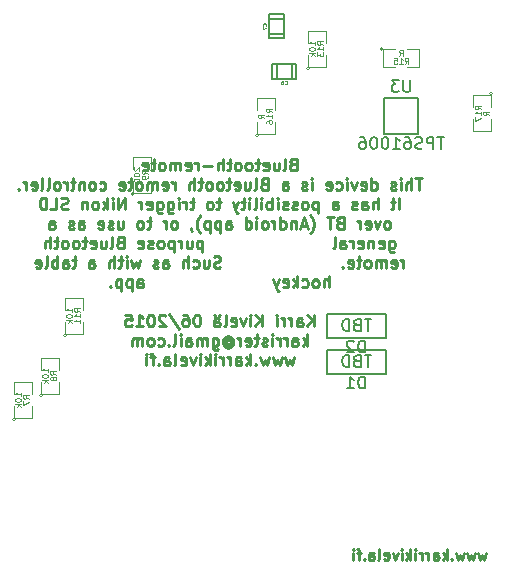
<source format=gbo>
G04 (created by PCBNEW (2013-07-07 BZR 4022)-stable) date 24/06/2015 00:02:37*
%MOIN*%
G04 Gerber Fmt 3.4, Leading zero omitted, Abs format*
%FSLAX34Y34*%
G01*
G70*
G90*
G04 APERTURE LIST*
%ADD10C,0.00590551*%
%ADD11C,0.00885827*%
%ADD12C,0.00984252*%
%ADD13C,0.0039*%
%ADD14C,0.005*%
%ADD15C,0.0043*%
%ADD16C,0.0024*%
G04 APERTURE END LIST*
G54D10*
G54D11*
X89785Y-74507D02*
X89718Y-74743D01*
X89650Y-74574D01*
X89583Y-74743D01*
X89515Y-74507D01*
X89414Y-74507D02*
X89346Y-74743D01*
X89279Y-74574D01*
X89211Y-74743D01*
X89144Y-74507D01*
X89043Y-74507D02*
X88975Y-74743D01*
X88908Y-74574D01*
X88840Y-74743D01*
X88773Y-74507D01*
X88638Y-74709D02*
X88621Y-74726D01*
X88638Y-74743D01*
X88655Y-74726D01*
X88638Y-74709D01*
X88638Y-74743D01*
X88469Y-74743D02*
X88469Y-74389D01*
X88435Y-74608D02*
X88334Y-74743D01*
X88334Y-74507D02*
X88469Y-74642D01*
X88030Y-74743D02*
X88030Y-74557D01*
X88047Y-74524D01*
X88081Y-74507D01*
X88148Y-74507D01*
X88182Y-74524D01*
X88030Y-74726D02*
X88064Y-74743D01*
X88148Y-74743D01*
X88182Y-74726D01*
X88199Y-74692D01*
X88199Y-74659D01*
X88182Y-74625D01*
X88148Y-74608D01*
X88064Y-74608D01*
X88030Y-74591D01*
X87862Y-74743D02*
X87862Y-74507D01*
X87862Y-74574D02*
X87845Y-74540D01*
X87828Y-74524D01*
X87794Y-74507D01*
X87760Y-74507D01*
X87642Y-74743D02*
X87642Y-74507D01*
X87642Y-74574D02*
X87625Y-74540D01*
X87609Y-74524D01*
X87575Y-74507D01*
X87541Y-74507D01*
X87423Y-74743D02*
X87423Y-74507D01*
X87423Y-74389D02*
X87440Y-74405D01*
X87423Y-74422D01*
X87406Y-74405D01*
X87423Y-74389D01*
X87423Y-74422D01*
X87254Y-74743D02*
X87254Y-74389D01*
X87220Y-74608D02*
X87119Y-74743D01*
X87119Y-74507D02*
X87254Y-74642D01*
X86967Y-74743D02*
X86967Y-74507D01*
X86967Y-74389D02*
X86984Y-74405D01*
X86967Y-74422D01*
X86951Y-74405D01*
X86967Y-74389D01*
X86967Y-74422D01*
X86832Y-74507D02*
X86748Y-74743D01*
X86664Y-74507D01*
X86394Y-74726D02*
X86427Y-74743D01*
X86495Y-74743D01*
X86529Y-74726D01*
X86546Y-74692D01*
X86546Y-74557D01*
X86529Y-74524D01*
X86495Y-74507D01*
X86427Y-74507D01*
X86394Y-74524D01*
X86377Y-74557D01*
X86377Y-74591D01*
X86546Y-74625D01*
X86174Y-74743D02*
X86208Y-74726D01*
X86225Y-74692D01*
X86225Y-74389D01*
X85888Y-74743D02*
X85888Y-74557D01*
X85904Y-74524D01*
X85938Y-74507D01*
X86006Y-74507D01*
X86039Y-74524D01*
X85888Y-74726D02*
X85921Y-74743D01*
X86006Y-74743D01*
X86039Y-74726D01*
X86056Y-74692D01*
X86056Y-74659D01*
X86039Y-74625D01*
X86006Y-74608D01*
X85921Y-74608D01*
X85888Y-74591D01*
X85719Y-74709D02*
X85702Y-74726D01*
X85719Y-74743D01*
X85736Y-74726D01*
X85719Y-74709D01*
X85719Y-74743D01*
X85601Y-74507D02*
X85466Y-74507D01*
X85550Y-74743D02*
X85550Y-74439D01*
X85533Y-74405D01*
X85499Y-74389D01*
X85466Y-74389D01*
X85348Y-74743D02*
X85348Y-74507D01*
X85348Y-74389D02*
X85364Y-74405D01*
X85348Y-74422D01*
X85331Y-74405D01*
X85348Y-74389D01*
X85348Y-74422D01*
G54D12*
X83337Y-61553D02*
X83280Y-61571D01*
X83262Y-61590D01*
X83243Y-61628D01*
X83243Y-61684D01*
X83262Y-61721D01*
X83280Y-61740D01*
X83318Y-61759D01*
X83468Y-61759D01*
X83468Y-61365D01*
X83337Y-61365D01*
X83299Y-61384D01*
X83280Y-61403D01*
X83262Y-61440D01*
X83262Y-61478D01*
X83280Y-61515D01*
X83299Y-61534D01*
X83337Y-61553D01*
X83468Y-61553D01*
X83018Y-61759D02*
X83055Y-61740D01*
X83074Y-61703D01*
X83074Y-61365D01*
X82699Y-61496D02*
X82699Y-61759D01*
X82868Y-61496D02*
X82868Y-61703D01*
X82849Y-61740D01*
X82812Y-61759D01*
X82756Y-61759D01*
X82718Y-61740D01*
X82699Y-61721D01*
X82362Y-61740D02*
X82399Y-61759D01*
X82474Y-61759D01*
X82512Y-61740D01*
X82531Y-61703D01*
X82531Y-61553D01*
X82512Y-61515D01*
X82474Y-61496D01*
X82399Y-61496D01*
X82362Y-61515D01*
X82343Y-61553D01*
X82343Y-61590D01*
X82531Y-61628D01*
X82231Y-61496D02*
X82081Y-61496D01*
X82174Y-61365D02*
X82174Y-61703D01*
X82156Y-61740D01*
X82118Y-61759D01*
X82081Y-61759D01*
X81893Y-61759D02*
X81931Y-61740D01*
X81949Y-61721D01*
X81968Y-61684D01*
X81968Y-61571D01*
X81949Y-61534D01*
X81931Y-61515D01*
X81893Y-61496D01*
X81837Y-61496D01*
X81799Y-61515D01*
X81781Y-61534D01*
X81762Y-61571D01*
X81762Y-61684D01*
X81781Y-61721D01*
X81799Y-61740D01*
X81837Y-61759D01*
X81893Y-61759D01*
X81537Y-61759D02*
X81574Y-61740D01*
X81593Y-61721D01*
X81612Y-61684D01*
X81612Y-61571D01*
X81593Y-61534D01*
X81574Y-61515D01*
X81537Y-61496D01*
X81481Y-61496D01*
X81443Y-61515D01*
X81424Y-61534D01*
X81406Y-61571D01*
X81406Y-61684D01*
X81424Y-61721D01*
X81443Y-61740D01*
X81481Y-61759D01*
X81537Y-61759D01*
X81293Y-61496D02*
X81143Y-61496D01*
X81237Y-61365D02*
X81237Y-61703D01*
X81218Y-61740D01*
X81181Y-61759D01*
X81143Y-61759D01*
X81012Y-61759D02*
X81012Y-61365D01*
X80843Y-61759D02*
X80843Y-61553D01*
X80862Y-61515D01*
X80899Y-61496D01*
X80956Y-61496D01*
X80993Y-61515D01*
X81012Y-61534D01*
X80656Y-61609D02*
X80356Y-61609D01*
X80168Y-61759D02*
X80168Y-61496D01*
X80168Y-61571D02*
X80150Y-61534D01*
X80131Y-61515D01*
X80093Y-61496D01*
X80056Y-61496D01*
X79775Y-61740D02*
X79812Y-61759D01*
X79887Y-61759D01*
X79925Y-61740D01*
X79943Y-61703D01*
X79943Y-61553D01*
X79925Y-61515D01*
X79887Y-61496D01*
X79812Y-61496D01*
X79775Y-61515D01*
X79756Y-61553D01*
X79756Y-61590D01*
X79943Y-61628D01*
X79587Y-61759D02*
X79587Y-61496D01*
X79587Y-61534D02*
X79568Y-61515D01*
X79531Y-61496D01*
X79475Y-61496D01*
X79437Y-61515D01*
X79418Y-61553D01*
X79418Y-61759D01*
X79418Y-61553D02*
X79400Y-61515D01*
X79362Y-61496D01*
X79306Y-61496D01*
X79268Y-61515D01*
X79250Y-61553D01*
X79250Y-61759D01*
X79006Y-61759D02*
X79043Y-61740D01*
X79062Y-61721D01*
X79081Y-61684D01*
X79081Y-61571D01*
X79062Y-61534D01*
X79043Y-61515D01*
X79006Y-61496D01*
X78950Y-61496D01*
X78912Y-61515D01*
X78894Y-61534D01*
X78875Y-61571D01*
X78875Y-61684D01*
X78894Y-61721D01*
X78912Y-61740D01*
X78950Y-61759D01*
X79006Y-61759D01*
X78762Y-61496D02*
X78612Y-61496D01*
X78706Y-61365D02*
X78706Y-61703D01*
X78687Y-61740D01*
X78650Y-61759D01*
X78612Y-61759D01*
X78331Y-61740D02*
X78369Y-61759D01*
X78444Y-61759D01*
X78481Y-61740D01*
X78500Y-61703D01*
X78500Y-61553D01*
X78481Y-61515D01*
X78444Y-61496D01*
X78369Y-61496D01*
X78331Y-61515D01*
X78312Y-61553D01*
X78312Y-61590D01*
X78500Y-61628D01*
X87649Y-62015D02*
X87424Y-62015D01*
X87536Y-62408D02*
X87536Y-62015D01*
X87292Y-62408D02*
X87292Y-62015D01*
X87124Y-62408D02*
X87124Y-62202D01*
X87142Y-62165D01*
X87180Y-62146D01*
X87236Y-62146D01*
X87274Y-62165D01*
X87292Y-62183D01*
X86936Y-62408D02*
X86936Y-62146D01*
X86936Y-62015D02*
X86955Y-62034D01*
X86936Y-62052D01*
X86917Y-62034D01*
X86936Y-62015D01*
X86936Y-62052D01*
X86768Y-62390D02*
X86730Y-62408D01*
X86655Y-62408D01*
X86618Y-62390D01*
X86599Y-62352D01*
X86599Y-62333D01*
X86618Y-62296D01*
X86655Y-62277D01*
X86711Y-62277D01*
X86749Y-62258D01*
X86768Y-62221D01*
X86768Y-62202D01*
X86749Y-62165D01*
X86711Y-62146D01*
X86655Y-62146D01*
X86618Y-62165D01*
X85961Y-62408D02*
X85961Y-62015D01*
X85961Y-62390D02*
X85999Y-62408D01*
X86074Y-62408D01*
X86111Y-62390D01*
X86130Y-62371D01*
X86149Y-62333D01*
X86149Y-62221D01*
X86130Y-62183D01*
X86111Y-62165D01*
X86074Y-62146D01*
X85999Y-62146D01*
X85961Y-62165D01*
X85624Y-62390D02*
X85661Y-62408D01*
X85736Y-62408D01*
X85774Y-62390D01*
X85793Y-62352D01*
X85793Y-62202D01*
X85774Y-62165D01*
X85736Y-62146D01*
X85661Y-62146D01*
X85624Y-62165D01*
X85605Y-62202D01*
X85605Y-62240D01*
X85793Y-62277D01*
X85474Y-62146D02*
X85380Y-62408D01*
X85286Y-62146D01*
X85136Y-62408D02*
X85136Y-62146D01*
X85136Y-62015D02*
X85155Y-62034D01*
X85136Y-62052D01*
X85118Y-62034D01*
X85136Y-62015D01*
X85136Y-62052D01*
X84780Y-62390D02*
X84818Y-62408D01*
X84893Y-62408D01*
X84930Y-62390D01*
X84949Y-62371D01*
X84968Y-62333D01*
X84968Y-62221D01*
X84949Y-62183D01*
X84930Y-62165D01*
X84893Y-62146D01*
X84818Y-62146D01*
X84780Y-62165D01*
X84462Y-62390D02*
X84499Y-62408D01*
X84574Y-62408D01*
X84612Y-62390D01*
X84630Y-62352D01*
X84630Y-62202D01*
X84612Y-62165D01*
X84574Y-62146D01*
X84499Y-62146D01*
X84462Y-62165D01*
X84443Y-62202D01*
X84443Y-62240D01*
X84630Y-62277D01*
X83974Y-62408D02*
X83974Y-62146D01*
X83974Y-62015D02*
X83993Y-62034D01*
X83974Y-62052D01*
X83955Y-62034D01*
X83974Y-62015D01*
X83974Y-62052D01*
X83805Y-62390D02*
X83768Y-62408D01*
X83693Y-62408D01*
X83655Y-62390D01*
X83637Y-62352D01*
X83637Y-62333D01*
X83655Y-62296D01*
X83693Y-62277D01*
X83749Y-62277D01*
X83787Y-62258D01*
X83805Y-62221D01*
X83805Y-62202D01*
X83787Y-62165D01*
X83749Y-62146D01*
X83693Y-62146D01*
X83655Y-62165D01*
X82999Y-62408D02*
X82999Y-62202D01*
X83018Y-62165D01*
X83055Y-62146D01*
X83130Y-62146D01*
X83168Y-62165D01*
X82999Y-62390D02*
X83037Y-62408D01*
X83130Y-62408D01*
X83168Y-62390D01*
X83187Y-62352D01*
X83187Y-62315D01*
X83168Y-62277D01*
X83130Y-62258D01*
X83037Y-62258D01*
X82999Y-62240D01*
X82381Y-62202D02*
X82324Y-62221D01*
X82306Y-62240D01*
X82287Y-62277D01*
X82287Y-62333D01*
X82306Y-62371D01*
X82324Y-62390D01*
X82362Y-62408D01*
X82512Y-62408D01*
X82512Y-62015D01*
X82381Y-62015D01*
X82343Y-62034D01*
X82324Y-62052D01*
X82306Y-62090D01*
X82306Y-62127D01*
X82324Y-62165D01*
X82343Y-62183D01*
X82381Y-62202D01*
X82512Y-62202D01*
X82062Y-62408D02*
X82099Y-62390D01*
X82118Y-62352D01*
X82118Y-62015D01*
X81743Y-62146D02*
X81743Y-62408D01*
X81912Y-62146D02*
X81912Y-62352D01*
X81893Y-62390D01*
X81856Y-62408D01*
X81799Y-62408D01*
X81762Y-62390D01*
X81743Y-62371D01*
X81406Y-62390D02*
X81443Y-62408D01*
X81518Y-62408D01*
X81556Y-62390D01*
X81574Y-62352D01*
X81574Y-62202D01*
X81556Y-62165D01*
X81518Y-62146D01*
X81443Y-62146D01*
X81406Y-62165D01*
X81387Y-62202D01*
X81387Y-62240D01*
X81574Y-62277D01*
X81274Y-62146D02*
X81124Y-62146D01*
X81218Y-62015D02*
X81218Y-62352D01*
X81199Y-62390D01*
X81162Y-62408D01*
X81124Y-62408D01*
X80937Y-62408D02*
X80974Y-62390D01*
X80993Y-62371D01*
X81012Y-62333D01*
X81012Y-62221D01*
X80993Y-62183D01*
X80974Y-62165D01*
X80937Y-62146D01*
X80881Y-62146D01*
X80843Y-62165D01*
X80825Y-62183D01*
X80806Y-62221D01*
X80806Y-62333D01*
X80825Y-62371D01*
X80843Y-62390D01*
X80881Y-62408D01*
X80937Y-62408D01*
X80581Y-62408D02*
X80618Y-62390D01*
X80637Y-62371D01*
X80656Y-62333D01*
X80656Y-62221D01*
X80637Y-62183D01*
X80618Y-62165D01*
X80581Y-62146D01*
X80525Y-62146D01*
X80487Y-62165D01*
X80468Y-62183D01*
X80450Y-62221D01*
X80450Y-62333D01*
X80468Y-62371D01*
X80487Y-62390D01*
X80525Y-62408D01*
X80581Y-62408D01*
X80337Y-62146D02*
X80187Y-62146D01*
X80281Y-62015D02*
X80281Y-62352D01*
X80262Y-62390D01*
X80225Y-62408D01*
X80187Y-62408D01*
X80056Y-62408D02*
X80056Y-62015D01*
X79887Y-62408D02*
X79887Y-62202D01*
X79906Y-62165D01*
X79943Y-62146D01*
X80000Y-62146D01*
X80037Y-62165D01*
X80056Y-62183D01*
X79400Y-62408D02*
X79400Y-62146D01*
X79400Y-62221D02*
X79381Y-62183D01*
X79362Y-62165D01*
X79325Y-62146D01*
X79287Y-62146D01*
X79006Y-62390D02*
X79043Y-62408D01*
X79118Y-62408D01*
X79156Y-62390D01*
X79175Y-62352D01*
X79175Y-62202D01*
X79156Y-62165D01*
X79118Y-62146D01*
X79043Y-62146D01*
X79006Y-62165D01*
X78987Y-62202D01*
X78987Y-62240D01*
X79175Y-62277D01*
X78819Y-62408D02*
X78819Y-62146D01*
X78819Y-62183D02*
X78800Y-62165D01*
X78762Y-62146D01*
X78706Y-62146D01*
X78669Y-62165D01*
X78650Y-62202D01*
X78650Y-62408D01*
X78650Y-62202D02*
X78631Y-62165D01*
X78594Y-62146D01*
X78537Y-62146D01*
X78500Y-62165D01*
X78481Y-62202D01*
X78481Y-62408D01*
X78237Y-62408D02*
X78275Y-62390D01*
X78294Y-62371D01*
X78312Y-62333D01*
X78312Y-62221D01*
X78294Y-62183D01*
X78275Y-62165D01*
X78237Y-62146D01*
X78181Y-62146D01*
X78144Y-62165D01*
X78125Y-62183D01*
X78106Y-62221D01*
X78106Y-62333D01*
X78125Y-62371D01*
X78144Y-62390D01*
X78181Y-62408D01*
X78237Y-62408D01*
X77994Y-62146D02*
X77844Y-62146D01*
X77937Y-62015D02*
X77937Y-62352D01*
X77919Y-62390D01*
X77881Y-62408D01*
X77844Y-62408D01*
X77562Y-62390D02*
X77600Y-62408D01*
X77675Y-62408D01*
X77712Y-62390D01*
X77731Y-62352D01*
X77731Y-62202D01*
X77712Y-62165D01*
X77675Y-62146D01*
X77600Y-62146D01*
X77562Y-62165D01*
X77544Y-62202D01*
X77544Y-62240D01*
X77731Y-62277D01*
X76906Y-62390D02*
X76944Y-62408D01*
X77019Y-62408D01*
X77056Y-62390D01*
X77075Y-62371D01*
X77094Y-62333D01*
X77094Y-62221D01*
X77075Y-62183D01*
X77056Y-62165D01*
X77019Y-62146D01*
X76944Y-62146D01*
X76906Y-62165D01*
X76681Y-62408D02*
X76719Y-62390D01*
X76738Y-62371D01*
X76756Y-62333D01*
X76756Y-62221D01*
X76738Y-62183D01*
X76719Y-62165D01*
X76681Y-62146D01*
X76625Y-62146D01*
X76588Y-62165D01*
X76569Y-62183D01*
X76550Y-62221D01*
X76550Y-62333D01*
X76569Y-62371D01*
X76588Y-62390D01*
X76625Y-62408D01*
X76681Y-62408D01*
X76381Y-62146D02*
X76381Y-62408D01*
X76381Y-62183D02*
X76363Y-62165D01*
X76325Y-62146D01*
X76269Y-62146D01*
X76231Y-62165D01*
X76213Y-62202D01*
X76213Y-62408D01*
X76081Y-62146D02*
X75931Y-62146D01*
X76025Y-62015D02*
X76025Y-62352D01*
X76006Y-62390D01*
X75969Y-62408D01*
X75931Y-62408D01*
X75800Y-62408D02*
X75800Y-62146D01*
X75800Y-62221D02*
X75781Y-62183D01*
X75763Y-62165D01*
X75725Y-62146D01*
X75688Y-62146D01*
X75500Y-62408D02*
X75538Y-62390D01*
X75556Y-62371D01*
X75575Y-62333D01*
X75575Y-62221D01*
X75556Y-62183D01*
X75538Y-62165D01*
X75500Y-62146D01*
X75444Y-62146D01*
X75406Y-62165D01*
X75388Y-62183D01*
X75369Y-62221D01*
X75369Y-62333D01*
X75388Y-62371D01*
X75406Y-62390D01*
X75444Y-62408D01*
X75500Y-62408D01*
X75144Y-62408D02*
X75181Y-62390D01*
X75200Y-62352D01*
X75200Y-62015D01*
X74938Y-62408D02*
X74975Y-62390D01*
X74994Y-62352D01*
X74994Y-62015D01*
X74638Y-62390D02*
X74675Y-62408D01*
X74750Y-62408D01*
X74788Y-62390D01*
X74807Y-62352D01*
X74807Y-62202D01*
X74788Y-62165D01*
X74750Y-62146D01*
X74675Y-62146D01*
X74638Y-62165D01*
X74619Y-62202D01*
X74619Y-62240D01*
X74807Y-62277D01*
X74450Y-62408D02*
X74450Y-62146D01*
X74450Y-62221D02*
X74432Y-62183D01*
X74413Y-62165D01*
X74375Y-62146D01*
X74338Y-62146D01*
X74207Y-62371D02*
X74188Y-62390D01*
X74207Y-62408D01*
X74225Y-62390D01*
X74207Y-62371D01*
X74207Y-62408D01*
X86880Y-63058D02*
X86880Y-62664D01*
X86749Y-62796D02*
X86599Y-62796D01*
X86693Y-62664D02*
X86693Y-63002D01*
X86674Y-63039D01*
X86636Y-63058D01*
X86599Y-63058D01*
X86168Y-63058D02*
X86168Y-62664D01*
X85999Y-63058D02*
X85999Y-62852D01*
X86018Y-62814D01*
X86055Y-62796D01*
X86111Y-62796D01*
X86149Y-62814D01*
X86168Y-62833D01*
X85643Y-63058D02*
X85643Y-62852D01*
X85661Y-62814D01*
X85699Y-62796D01*
X85774Y-62796D01*
X85811Y-62814D01*
X85643Y-63039D02*
X85680Y-63058D01*
X85774Y-63058D01*
X85811Y-63039D01*
X85830Y-63002D01*
X85830Y-62964D01*
X85811Y-62927D01*
X85774Y-62908D01*
X85680Y-62908D01*
X85643Y-62889D01*
X85474Y-63039D02*
X85436Y-63058D01*
X85361Y-63058D01*
X85324Y-63039D01*
X85305Y-63002D01*
X85305Y-62983D01*
X85324Y-62946D01*
X85361Y-62927D01*
X85418Y-62927D01*
X85455Y-62908D01*
X85474Y-62871D01*
X85474Y-62852D01*
X85455Y-62814D01*
X85418Y-62796D01*
X85361Y-62796D01*
X85324Y-62814D01*
X84668Y-63058D02*
X84668Y-62852D01*
X84687Y-62814D01*
X84724Y-62796D01*
X84799Y-62796D01*
X84837Y-62814D01*
X84668Y-63039D02*
X84705Y-63058D01*
X84799Y-63058D01*
X84837Y-63039D01*
X84855Y-63002D01*
X84855Y-62964D01*
X84837Y-62927D01*
X84799Y-62908D01*
X84705Y-62908D01*
X84668Y-62889D01*
X84180Y-62796D02*
X84180Y-63189D01*
X84180Y-62814D02*
X84143Y-62796D01*
X84068Y-62796D01*
X84030Y-62814D01*
X84012Y-62833D01*
X83993Y-62871D01*
X83993Y-62983D01*
X84012Y-63021D01*
X84030Y-63039D01*
X84068Y-63058D01*
X84143Y-63058D01*
X84180Y-63039D01*
X83768Y-63058D02*
X83805Y-63039D01*
X83824Y-63021D01*
X83843Y-62983D01*
X83843Y-62871D01*
X83824Y-62833D01*
X83805Y-62814D01*
X83768Y-62796D01*
X83712Y-62796D01*
X83674Y-62814D01*
X83655Y-62833D01*
X83637Y-62871D01*
X83637Y-62983D01*
X83655Y-63021D01*
X83674Y-63039D01*
X83712Y-63058D01*
X83768Y-63058D01*
X83487Y-63039D02*
X83449Y-63058D01*
X83374Y-63058D01*
X83337Y-63039D01*
X83318Y-63002D01*
X83318Y-62983D01*
X83337Y-62946D01*
X83374Y-62927D01*
X83430Y-62927D01*
X83468Y-62908D01*
X83487Y-62871D01*
X83487Y-62852D01*
X83468Y-62814D01*
X83430Y-62796D01*
X83374Y-62796D01*
X83337Y-62814D01*
X83168Y-63039D02*
X83130Y-63058D01*
X83055Y-63058D01*
X83018Y-63039D01*
X82999Y-63002D01*
X82999Y-62983D01*
X83018Y-62946D01*
X83055Y-62927D01*
X83112Y-62927D01*
X83149Y-62908D01*
X83168Y-62871D01*
X83168Y-62852D01*
X83149Y-62814D01*
X83112Y-62796D01*
X83055Y-62796D01*
X83018Y-62814D01*
X82831Y-63058D02*
X82831Y-62796D01*
X82831Y-62664D02*
X82849Y-62683D01*
X82831Y-62702D01*
X82812Y-62683D01*
X82831Y-62664D01*
X82831Y-62702D01*
X82643Y-63058D02*
X82643Y-62664D01*
X82643Y-62814D02*
X82606Y-62796D01*
X82531Y-62796D01*
X82493Y-62814D01*
X82474Y-62833D01*
X82456Y-62871D01*
X82456Y-62983D01*
X82474Y-63021D01*
X82493Y-63039D01*
X82531Y-63058D01*
X82606Y-63058D01*
X82643Y-63039D01*
X82287Y-63058D02*
X82287Y-62796D01*
X82287Y-62664D02*
X82306Y-62683D01*
X82287Y-62702D01*
X82268Y-62683D01*
X82287Y-62664D01*
X82287Y-62702D01*
X82043Y-63058D02*
X82081Y-63039D01*
X82099Y-63002D01*
X82099Y-62664D01*
X81893Y-63058D02*
X81893Y-62796D01*
X81893Y-62664D02*
X81912Y-62683D01*
X81893Y-62702D01*
X81874Y-62683D01*
X81893Y-62664D01*
X81893Y-62702D01*
X81762Y-62796D02*
X81612Y-62796D01*
X81706Y-62664D02*
X81706Y-63002D01*
X81687Y-63039D01*
X81649Y-63058D01*
X81612Y-63058D01*
X81518Y-62796D02*
X81424Y-63058D01*
X81331Y-62796D02*
X81424Y-63058D01*
X81462Y-63152D01*
X81481Y-63171D01*
X81518Y-63189D01*
X80937Y-62796D02*
X80787Y-62796D01*
X80881Y-62664D02*
X80881Y-63002D01*
X80862Y-63039D01*
X80825Y-63058D01*
X80787Y-63058D01*
X80600Y-63058D02*
X80637Y-63039D01*
X80656Y-63021D01*
X80675Y-62983D01*
X80675Y-62871D01*
X80656Y-62833D01*
X80637Y-62814D01*
X80600Y-62796D01*
X80543Y-62796D01*
X80506Y-62814D01*
X80487Y-62833D01*
X80468Y-62871D01*
X80468Y-62983D01*
X80487Y-63021D01*
X80506Y-63039D01*
X80543Y-63058D01*
X80600Y-63058D01*
X80056Y-62796D02*
X79906Y-62796D01*
X80000Y-62664D02*
X80000Y-63002D01*
X79981Y-63039D01*
X79943Y-63058D01*
X79906Y-63058D01*
X79775Y-63058D02*
X79775Y-62796D01*
X79775Y-62871D02*
X79756Y-62833D01*
X79737Y-62814D01*
X79700Y-62796D01*
X79662Y-62796D01*
X79531Y-63058D02*
X79531Y-62796D01*
X79531Y-62664D02*
X79550Y-62683D01*
X79531Y-62702D01*
X79512Y-62683D01*
X79531Y-62664D01*
X79531Y-62702D01*
X79175Y-62796D02*
X79175Y-63114D01*
X79193Y-63152D01*
X79212Y-63171D01*
X79250Y-63189D01*
X79306Y-63189D01*
X79343Y-63171D01*
X79175Y-63039D02*
X79212Y-63058D01*
X79287Y-63058D01*
X79325Y-63039D01*
X79343Y-63021D01*
X79362Y-62983D01*
X79362Y-62871D01*
X79343Y-62833D01*
X79325Y-62814D01*
X79287Y-62796D01*
X79212Y-62796D01*
X79175Y-62814D01*
X78819Y-62796D02*
X78819Y-63114D01*
X78837Y-63152D01*
X78856Y-63171D01*
X78894Y-63189D01*
X78950Y-63189D01*
X78987Y-63171D01*
X78819Y-63039D02*
X78856Y-63058D01*
X78931Y-63058D01*
X78968Y-63039D01*
X78987Y-63021D01*
X79006Y-62983D01*
X79006Y-62871D01*
X78987Y-62833D01*
X78968Y-62814D01*
X78931Y-62796D01*
X78856Y-62796D01*
X78819Y-62814D01*
X78481Y-63039D02*
X78519Y-63058D01*
X78594Y-63058D01*
X78631Y-63039D01*
X78650Y-63002D01*
X78650Y-62852D01*
X78631Y-62814D01*
X78594Y-62796D01*
X78519Y-62796D01*
X78481Y-62814D01*
X78462Y-62852D01*
X78462Y-62889D01*
X78650Y-62927D01*
X78294Y-63058D02*
X78294Y-62796D01*
X78294Y-62871D02*
X78275Y-62833D01*
X78256Y-62814D01*
X78219Y-62796D01*
X78181Y-62796D01*
X77750Y-63058D02*
X77750Y-62664D01*
X77525Y-63058D01*
X77525Y-62664D01*
X77337Y-63058D02*
X77337Y-62796D01*
X77337Y-62664D02*
X77356Y-62683D01*
X77337Y-62702D01*
X77319Y-62683D01*
X77337Y-62664D01*
X77337Y-62702D01*
X77150Y-63058D02*
X77150Y-62664D01*
X77112Y-62908D02*
X77000Y-63058D01*
X77000Y-62796D02*
X77150Y-62946D01*
X76775Y-63058D02*
X76813Y-63039D01*
X76831Y-63021D01*
X76850Y-62983D01*
X76850Y-62871D01*
X76831Y-62833D01*
X76813Y-62814D01*
X76775Y-62796D01*
X76719Y-62796D01*
X76681Y-62814D01*
X76663Y-62833D01*
X76644Y-62871D01*
X76644Y-62983D01*
X76663Y-63021D01*
X76681Y-63039D01*
X76719Y-63058D01*
X76775Y-63058D01*
X76475Y-62796D02*
X76475Y-63058D01*
X76475Y-62833D02*
X76456Y-62814D01*
X76419Y-62796D01*
X76363Y-62796D01*
X76325Y-62814D01*
X76306Y-62852D01*
X76306Y-63058D01*
X75838Y-63039D02*
X75781Y-63058D01*
X75688Y-63058D01*
X75650Y-63039D01*
X75631Y-63021D01*
X75613Y-62983D01*
X75613Y-62946D01*
X75631Y-62908D01*
X75650Y-62889D01*
X75688Y-62871D01*
X75763Y-62852D01*
X75800Y-62833D01*
X75819Y-62814D01*
X75838Y-62777D01*
X75838Y-62739D01*
X75819Y-62702D01*
X75800Y-62683D01*
X75763Y-62664D01*
X75669Y-62664D01*
X75613Y-62683D01*
X75256Y-63058D02*
X75444Y-63058D01*
X75444Y-62664D01*
X75125Y-63058D02*
X75125Y-62664D01*
X75031Y-62664D01*
X74975Y-62683D01*
X74938Y-62721D01*
X74919Y-62758D01*
X74900Y-62833D01*
X74900Y-62889D01*
X74919Y-62964D01*
X74938Y-63002D01*
X74975Y-63039D01*
X75031Y-63058D01*
X75125Y-63058D01*
X86514Y-63708D02*
X86552Y-63689D01*
X86571Y-63670D01*
X86589Y-63633D01*
X86589Y-63520D01*
X86571Y-63483D01*
X86552Y-63464D01*
X86514Y-63445D01*
X86458Y-63445D01*
X86421Y-63464D01*
X86402Y-63483D01*
X86383Y-63520D01*
X86383Y-63633D01*
X86402Y-63670D01*
X86421Y-63689D01*
X86458Y-63708D01*
X86514Y-63708D01*
X86252Y-63445D02*
X86158Y-63708D01*
X86064Y-63445D01*
X85765Y-63689D02*
X85802Y-63708D01*
X85877Y-63708D01*
X85914Y-63689D01*
X85933Y-63651D01*
X85933Y-63501D01*
X85914Y-63464D01*
X85877Y-63445D01*
X85802Y-63445D01*
X85765Y-63464D01*
X85746Y-63501D01*
X85746Y-63539D01*
X85933Y-63576D01*
X85577Y-63708D02*
X85577Y-63445D01*
X85577Y-63520D02*
X85558Y-63483D01*
X85540Y-63464D01*
X85502Y-63445D01*
X85465Y-63445D01*
X84902Y-63501D02*
X84846Y-63520D01*
X84827Y-63539D01*
X84808Y-63576D01*
X84808Y-63633D01*
X84827Y-63670D01*
X84846Y-63689D01*
X84883Y-63708D01*
X85033Y-63708D01*
X85033Y-63314D01*
X84902Y-63314D01*
X84865Y-63333D01*
X84846Y-63351D01*
X84827Y-63389D01*
X84827Y-63426D01*
X84846Y-63464D01*
X84865Y-63483D01*
X84902Y-63501D01*
X85033Y-63501D01*
X84696Y-63314D02*
X84471Y-63314D01*
X84583Y-63708D02*
X84583Y-63314D01*
X83927Y-63858D02*
X83946Y-63839D01*
X83983Y-63783D01*
X84002Y-63745D01*
X84021Y-63689D01*
X84040Y-63595D01*
X84040Y-63520D01*
X84021Y-63426D01*
X84002Y-63370D01*
X83983Y-63333D01*
X83946Y-63276D01*
X83927Y-63258D01*
X83796Y-63595D02*
X83609Y-63595D01*
X83834Y-63708D02*
X83702Y-63314D01*
X83571Y-63708D01*
X83440Y-63445D02*
X83440Y-63708D01*
X83440Y-63483D02*
X83421Y-63464D01*
X83384Y-63445D01*
X83327Y-63445D01*
X83290Y-63464D01*
X83271Y-63501D01*
X83271Y-63708D01*
X82915Y-63708D02*
X82915Y-63314D01*
X82915Y-63689D02*
X82952Y-63708D01*
X83027Y-63708D01*
X83065Y-63689D01*
X83084Y-63670D01*
X83102Y-63633D01*
X83102Y-63520D01*
X83084Y-63483D01*
X83065Y-63464D01*
X83027Y-63445D01*
X82952Y-63445D01*
X82915Y-63464D01*
X82727Y-63708D02*
X82727Y-63445D01*
X82727Y-63520D02*
X82709Y-63483D01*
X82690Y-63464D01*
X82652Y-63445D01*
X82615Y-63445D01*
X82427Y-63708D02*
X82465Y-63689D01*
X82484Y-63670D01*
X82502Y-63633D01*
X82502Y-63520D01*
X82484Y-63483D01*
X82465Y-63464D01*
X82427Y-63445D01*
X82371Y-63445D01*
X82334Y-63464D01*
X82315Y-63483D01*
X82296Y-63520D01*
X82296Y-63633D01*
X82315Y-63670D01*
X82334Y-63689D01*
X82371Y-63708D01*
X82427Y-63708D01*
X82127Y-63708D02*
X82127Y-63445D01*
X82127Y-63314D02*
X82146Y-63333D01*
X82127Y-63351D01*
X82109Y-63333D01*
X82127Y-63314D01*
X82127Y-63351D01*
X81771Y-63708D02*
X81771Y-63314D01*
X81771Y-63689D02*
X81809Y-63708D01*
X81884Y-63708D01*
X81921Y-63689D01*
X81940Y-63670D01*
X81959Y-63633D01*
X81959Y-63520D01*
X81940Y-63483D01*
X81921Y-63464D01*
X81884Y-63445D01*
X81809Y-63445D01*
X81771Y-63464D01*
X81115Y-63708D02*
X81115Y-63501D01*
X81134Y-63464D01*
X81171Y-63445D01*
X81246Y-63445D01*
X81284Y-63464D01*
X81115Y-63689D02*
X81153Y-63708D01*
X81246Y-63708D01*
X81284Y-63689D01*
X81303Y-63651D01*
X81303Y-63614D01*
X81284Y-63576D01*
X81246Y-63558D01*
X81153Y-63558D01*
X81115Y-63539D01*
X80928Y-63445D02*
X80928Y-63839D01*
X80928Y-63464D02*
X80890Y-63445D01*
X80815Y-63445D01*
X80778Y-63464D01*
X80759Y-63483D01*
X80740Y-63520D01*
X80740Y-63633D01*
X80759Y-63670D01*
X80778Y-63689D01*
X80815Y-63708D01*
X80890Y-63708D01*
X80928Y-63689D01*
X80571Y-63445D02*
X80571Y-63839D01*
X80571Y-63464D02*
X80534Y-63445D01*
X80459Y-63445D01*
X80421Y-63464D01*
X80403Y-63483D01*
X80384Y-63520D01*
X80384Y-63633D01*
X80403Y-63670D01*
X80421Y-63689D01*
X80459Y-63708D01*
X80534Y-63708D01*
X80571Y-63689D01*
X80253Y-63858D02*
X80234Y-63839D01*
X80196Y-63783D01*
X80178Y-63745D01*
X80159Y-63689D01*
X80140Y-63595D01*
X80140Y-63520D01*
X80159Y-63426D01*
X80178Y-63370D01*
X80196Y-63333D01*
X80234Y-63276D01*
X80253Y-63258D01*
X79934Y-63689D02*
X79934Y-63708D01*
X79953Y-63745D01*
X79971Y-63764D01*
X79409Y-63708D02*
X79447Y-63689D01*
X79465Y-63670D01*
X79484Y-63633D01*
X79484Y-63520D01*
X79465Y-63483D01*
X79447Y-63464D01*
X79409Y-63445D01*
X79353Y-63445D01*
X79315Y-63464D01*
X79297Y-63483D01*
X79278Y-63520D01*
X79278Y-63633D01*
X79297Y-63670D01*
X79315Y-63689D01*
X79353Y-63708D01*
X79409Y-63708D01*
X79109Y-63708D02*
X79109Y-63445D01*
X79109Y-63520D02*
X79090Y-63483D01*
X79072Y-63464D01*
X79034Y-63445D01*
X78997Y-63445D01*
X78622Y-63445D02*
X78472Y-63445D01*
X78565Y-63314D02*
X78565Y-63651D01*
X78547Y-63689D01*
X78509Y-63708D01*
X78472Y-63708D01*
X78284Y-63708D02*
X78322Y-63689D01*
X78340Y-63670D01*
X78359Y-63633D01*
X78359Y-63520D01*
X78340Y-63483D01*
X78322Y-63464D01*
X78284Y-63445D01*
X78228Y-63445D01*
X78190Y-63464D01*
X78172Y-63483D01*
X78153Y-63520D01*
X78153Y-63633D01*
X78172Y-63670D01*
X78190Y-63689D01*
X78228Y-63708D01*
X78284Y-63708D01*
X77516Y-63445D02*
X77516Y-63708D01*
X77684Y-63445D02*
X77684Y-63651D01*
X77666Y-63689D01*
X77628Y-63708D01*
X77572Y-63708D01*
X77534Y-63689D01*
X77516Y-63670D01*
X77347Y-63689D02*
X77309Y-63708D01*
X77234Y-63708D01*
X77197Y-63689D01*
X77178Y-63651D01*
X77178Y-63633D01*
X77197Y-63595D01*
X77234Y-63576D01*
X77291Y-63576D01*
X77328Y-63558D01*
X77347Y-63520D01*
X77347Y-63501D01*
X77328Y-63464D01*
X77291Y-63445D01*
X77234Y-63445D01*
X77197Y-63464D01*
X76859Y-63689D02*
X76897Y-63708D01*
X76972Y-63708D01*
X77009Y-63689D01*
X77028Y-63651D01*
X77028Y-63501D01*
X77009Y-63464D01*
X76972Y-63445D01*
X76897Y-63445D01*
X76859Y-63464D01*
X76841Y-63501D01*
X76841Y-63539D01*
X77028Y-63576D01*
X76203Y-63708D02*
X76203Y-63501D01*
X76222Y-63464D01*
X76259Y-63445D01*
X76334Y-63445D01*
X76372Y-63464D01*
X76203Y-63689D02*
X76241Y-63708D01*
X76334Y-63708D01*
X76372Y-63689D01*
X76391Y-63651D01*
X76391Y-63614D01*
X76372Y-63576D01*
X76334Y-63558D01*
X76241Y-63558D01*
X76203Y-63539D01*
X76034Y-63689D02*
X75997Y-63708D01*
X75922Y-63708D01*
X75885Y-63689D01*
X75866Y-63651D01*
X75866Y-63633D01*
X75885Y-63595D01*
X75922Y-63576D01*
X75978Y-63576D01*
X76016Y-63558D01*
X76034Y-63520D01*
X76034Y-63501D01*
X76016Y-63464D01*
X75978Y-63445D01*
X75922Y-63445D01*
X75885Y-63464D01*
X75228Y-63708D02*
X75228Y-63501D01*
X75247Y-63464D01*
X75285Y-63445D01*
X75360Y-63445D01*
X75397Y-63464D01*
X75228Y-63689D02*
X75266Y-63708D01*
X75360Y-63708D01*
X75397Y-63689D01*
X75416Y-63651D01*
X75416Y-63614D01*
X75397Y-63576D01*
X75360Y-63558D01*
X75266Y-63558D01*
X75228Y-63539D01*
X86552Y-64095D02*
X86552Y-64414D01*
X86571Y-64451D01*
X86589Y-64470D01*
X86627Y-64489D01*
X86683Y-64489D01*
X86721Y-64470D01*
X86552Y-64339D02*
X86589Y-64357D01*
X86664Y-64357D01*
X86702Y-64339D01*
X86721Y-64320D01*
X86739Y-64282D01*
X86739Y-64170D01*
X86721Y-64132D01*
X86702Y-64114D01*
X86664Y-64095D01*
X86589Y-64095D01*
X86552Y-64114D01*
X86214Y-64339D02*
X86252Y-64357D01*
X86327Y-64357D01*
X86364Y-64339D01*
X86383Y-64301D01*
X86383Y-64151D01*
X86364Y-64114D01*
X86327Y-64095D01*
X86252Y-64095D01*
X86214Y-64114D01*
X86196Y-64151D01*
X86196Y-64189D01*
X86383Y-64226D01*
X86027Y-64095D02*
X86027Y-64357D01*
X86027Y-64132D02*
X86008Y-64114D01*
X85971Y-64095D01*
X85914Y-64095D01*
X85877Y-64114D01*
X85858Y-64151D01*
X85858Y-64357D01*
X85521Y-64339D02*
X85558Y-64357D01*
X85633Y-64357D01*
X85671Y-64339D01*
X85690Y-64301D01*
X85690Y-64151D01*
X85671Y-64114D01*
X85633Y-64095D01*
X85558Y-64095D01*
X85521Y-64114D01*
X85502Y-64151D01*
X85502Y-64189D01*
X85690Y-64226D01*
X85333Y-64357D02*
X85333Y-64095D01*
X85333Y-64170D02*
X85315Y-64132D01*
X85296Y-64114D01*
X85258Y-64095D01*
X85221Y-64095D01*
X84921Y-64357D02*
X84921Y-64151D01*
X84940Y-64114D01*
X84977Y-64095D01*
X85052Y-64095D01*
X85090Y-64114D01*
X84921Y-64339D02*
X84958Y-64357D01*
X85052Y-64357D01*
X85090Y-64339D01*
X85108Y-64301D01*
X85108Y-64264D01*
X85090Y-64226D01*
X85052Y-64207D01*
X84958Y-64207D01*
X84921Y-64189D01*
X84677Y-64357D02*
X84715Y-64339D01*
X84733Y-64301D01*
X84733Y-63964D01*
X80328Y-64095D02*
X80328Y-64489D01*
X80328Y-64114D02*
X80290Y-64095D01*
X80215Y-64095D01*
X80178Y-64114D01*
X80159Y-64132D01*
X80140Y-64170D01*
X80140Y-64282D01*
X80159Y-64320D01*
X80178Y-64339D01*
X80215Y-64357D01*
X80290Y-64357D01*
X80328Y-64339D01*
X79803Y-64095D02*
X79803Y-64357D01*
X79971Y-64095D02*
X79971Y-64301D01*
X79953Y-64339D01*
X79915Y-64357D01*
X79859Y-64357D01*
X79822Y-64339D01*
X79803Y-64320D01*
X79615Y-64357D02*
X79615Y-64095D01*
X79615Y-64170D02*
X79597Y-64132D01*
X79578Y-64114D01*
X79540Y-64095D01*
X79503Y-64095D01*
X79372Y-64095D02*
X79372Y-64489D01*
X79372Y-64114D02*
X79334Y-64095D01*
X79259Y-64095D01*
X79222Y-64114D01*
X79203Y-64132D01*
X79184Y-64170D01*
X79184Y-64282D01*
X79203Y-64320D01*
X79222Y-64339D01*
X79259Y-64357D01*
X79334Y-64357D01*
X79372Y-64339D01*
X78959Y-64357D02*
X78997Y-64339D01*
X79015Y-64320D01*
X79034Y-64282D01*
X79034Y-64170D01*
X79015Y-64132D01*
X78997Y-64114D01*
X78959Y-64095D01*
X78903Y-64095D01*
X78865Y-64114D01*
X78847Y-64132D01*
X78828Y-64170D01*
X78828Y-64282D01*
X78847Y-64320D01*
X78865Y-64339D01*
X78903Y-64357D01*
X78959Y-64357D01*
X78678Y-64339D02*
X78640Y-64357D01*
X78565Y-64357D01*
X78528Y-64339D01*
X78509Y-64301D01*
X78509Y-64282D01*
X78528Y-64245D01*
X78565Y-64226D01*
X78622Y-64226D01*
X78659Y-64207D01*
X78678Y-64170D01*
X78678Y-64151D01*
X78659Y-64114D01*
X78622Y-64095D01*
X78565Y-64095D01*
X78528Y-64114D01*
X78190Y-64339D02*
X78228Y-64357D01*
X78303Y-64357D01*
X78340Y-64339D01*
X78359Y-64301D01*
X78359Y-64151D01*
X78340Y-64114D01*
X78303Y-64095D01*
X78228Y-64095D01*
X78190Y-64114D01*
X78172Y-64151D01*
X78172Y-64189D01*
X78359Y-64226D01*
X77572Y-64151D02*
X77516Y-64170D01*
X77497Y-64189D01*
X77478Y-64226D01*
X77478Y-64282D01*
X77497Y-64320D01*
X77516Y-64339D01*
X77553Y-64357D01*
X77703Y-64357D01*
X77703Y-63964D01*
X77572Y-63964D01*
X77534Y-63982D01*
X77516Y-64001D01*
X77497Y-64039D01*
X77497Y-64076D01*
X77516Y-64114D01*
X77534Y-64132D01*
X77572Y-64151D01*
X77703Y-64151D01*
X77253Y-64357D02*
X77291Y-64339D01*
X77309Y-64301D01*
X77309Y-63964D01*
X76934Y-64095D02*
X76934Y-64357D01*
X77103Y-64095D02*
X77103Y-64301D01*
X77084Y-64339D01*
X77047Y-64357D01*
X76991Y-64357D01*
X76953Y-64339D01*
X76934Y-64320D01*
X76597Y-64339D02*
X76634Y-64357D01*
X76709Y-64357D01*
X76747Y-64339D01*
X76766Y-64301D01*
X76766Y-64151D01*
X76747Y-64114D01*
X76709Y-64095D01*
X76634Y-64095D01*
X76597Y-64114D01*
X76578Y-64151D01*
X76578Y-64189D01*
X76766Y-64226D01*
X76466Y-64095D02*
X76316Y-64095D01*
X76409Y-63964D02*
X76409Y-64301D01*
X76391Y-64339D01*
X76353Y-64357D01*
X76316Y-64357D01*
X76128Y-64357D02*
X76166Y-64339D01*
X76184Y-64320D01*
X76203Y-64282D01*
X76203Y-64170D01*
X76184Y-64132D01*
X76166Y-64114D01*
X76128Y-64095D01*
X76072Y-64095D01*
X76034Y-64114D01*
X76016Y-64132D01*
X75997Y-64170D01*
X75997Y-64282D01*
X76016Y-64320D01*
X76034Y-64339D01*
X76072Y-64357D01*
X76128Y-64357D01*
X75772Y-64357D02*
X75810Y-64339D01*
X75828Y-64320D01*
X75847Y-64282D01*
X75847Y-64170D01*
X75828Y-64132D01*
X75810Y-64114D01*
X75772Y-64095D01*
X75716Y-64095D01*
X75678Y-64114D01*
X75660Y-64132D01*
X75641Y-64170D01*
X75641Y-64282D01*
X75660Y-64320D01*
X75678Y-64339D01*
X75716Y-64357D01*
X75772Y-64357D01*
X75528Y-64095D02*
X75378Y-64095D01*
X75472Y-63964D02*
X75472Y-64301D01*
X75453Y-64339D01*
X75416Y-64357D01*
X75378Y-64357D01*
X75247Y-64357D02*
X75247Y-63964D01*
X75078Y-64357D02*
X75078Y-64151D01*
X75097Y-64114D01*
X75135Y-64095D01*
X75191Y-64095D01*
X75228Y-64114D01*
X75247Y-64132D01*
X87021Y-65007D02*
X87021Y-64744D01*
X87021Y-64819D02*
X87002Y-64782D01*
X86983Y-64763D01*
X86946Y-64744D01*
X86908Y-64744D01*
X86627Y-64988D02*
X86664Y-65007D01*
X86739Y-65007D01*
X86777Y-64988D01*
X86796Y-64951D01*
X86796Y-64801D01*
X86777Y-64763D01*
X86739Y-64744D01*
X86664Y-64744D01*
X86627Y-64763D01*
X86608Y-64801D01*
X86608Y-64838D01*
X86796Y-64876D01*
X86439Y-65007D02*
X86439Y-64744D01*
X86439Y-64782D02*
X86421Y-64763D01*
X86383Y-64744D01*
X86327Y-64744D01*
X86289Y-64763D01*
X86271Y-64801D01*
X86271Y-65007D01*
X86271Y-64801D02*
X86252Y-64763D01*
X86214Y-64744D01*
X86158Y-64744D01*
X86121Y-64763D01*
X86102Y-64801D01*
X86102Y-65007D01*
X85858Y-65007D02*
X85896Y-64988D01*
X85914Y-64969D01*
X85933Y-64932D01*
X85933Y-64819D01*
X85914Y-64782D01*
X85896Y-64763D01*
X85858Y-64744D01*
X85802Y-64744D01*
X85765Y-64763D01*
X85746Y-64782D01*
X85727Y-64819D01*
X85727Y-64932D01*
X85746Y-64969D01*
X85765Y-64988D01*
X85802Y-65007D01*
X85858Y-65007D01*
X85615Y-64744D02*
X85465Y-64744D01*
X85558Y-64613D02*
X85558Y-64951D01*
X85540Y-64988D01*
X85502Y-65007D01*
X85465Y-65007D01*
X85183Y-64988D02*
X85221Y-65007D01*
X85296Y-65007D01*
X85333Y-64988D01*
X85352Y-64951D01*
X85352Y-64801D01*
X85333Y-64763D01*
X85296Y-64744D01*
X85221Y-64744D01*
X85183Y-64763D01*
X85165Y-64801D01*
X85165Y-64838D01*
X85352Y-64876D01*
X84996Y-64969D02*
X84977Y-64988D01*
X84996Y-65007D01*
X85015Y-64988D01*
X84996Y-64969D01*
X84996Y-65007D01*
X80928Y-64988D02*
X80871Y-65007D01*
X80778Y-65007D01*
X80740Y-64988D01*
X80721Y-64969D01*
X80703Y-64932D01*
X80703Y-64894D01*
X80721Y-64857D01*
X80740Y-64838D01*
X80778Y-64819D01*
X80853Y-64801D01*
X80890Y-64782D01*
X80909Y-64763D01*
X80928Y-64726D01*
X80928Y-64688D01*
X80909Y-64651D01*
X80890Y-64632D01*
X80853Y-64613D01*
X80759Y-64613D01*
X80703Y-64632D01*
X80365Y-64744D02*
X80365Y-65007D01*
X80534Y-64744D02*
X80534Y-64951D01*
X80515Y-64988D01*
X80478Y-65007D01*
X80421Y-65007D01*
X80384Y-64988D01*
X80365Y-64969D01*
X80009Y-64988D02*
X80046Y-65007D01*
X80121Y-65007D01*
X80159Y-64988D01*
X80178Y-64969D01*
X80196Y-64932D01*
X80196Y-64819D01*
X80178Y-64782D01*
X80159Y-64763D01*
X80121Y-64744D01*
X80046Y-64744D01*
X80009Y-64763D01*
X79840Y-65007D02*
X79840Y-64613D01*
X79672Y-65007D02*
X79672Y-64801D01*
X79690Y-64763D01*
X79728Y-64744D01*
X79784Y-64744D01*
X79822Y-64763D01*
X79840Y-64782D01*
X79015Y-65007D02*
X79015Y-64801D01*
X79034Y-64763D01*
X79072Y-64744D01*
X79147Y-64744D01*
X79184Y-64763D01*
X79015Y-64988D02*
X79053Y-65007D01*
X79147Y-65007D01*
X79184Y-64988D01*
X79203Y-64951D01*
X79203Y-64913D01*
X79184Y-64876D01*
X79147Y-64857D01*
X79053Y-64857D01*
X79015Y-64838D01*
X78847Y-64988D02*
X78809Y-65007D01*
X78734Y-65007D01*
X78697Y-64988D01*
X78678Y-64951D01*
X78678Y-64932D01*
X78697Y-64894D01*
X78734Y-64876D01*
X78790Y-64876D01*
X78828Y-64857D01*
X78847Y-64819D01*
X78847Y-64801D01*
X78828Y-64763D01*
X78790Y-64744D01*
X78734Y-64744D01*
X78697Y-64763D01*
X78247Y-64744D02*
X78172Y-65007D01*
X78097Y-64819D01*
X78022Y-65007D01*
X77947Y-64744D01*
X77797Y-65007D02*
X77797Y-64744D01*
X77797Y-64613D02*
X77816Y-64632D01*
X77797Y-64651D01*
X77778Y-64632D01*
X77797Y-64613D01*
X77797Y-64651D01*
X77666Y-64744D02*
X77516Y-64744D01*
X77609Y-64613D02*
X77609Y-64951D01*
X77591Y-64988D01*
X77553Y-65007D01*
X77516Y-65007D01*
X77384Y-65007D02*
X77384Y-64613D01*
X77216Y-65007D02*
X77216Y-64801D01*
X77234Y-64763D01*
X77272Y-64744D01*
X77328Y-64744D01*
X77366Y-64763D01*
X77384Y-64782D01*
X76559Y-65007D02*
X76559Y-64801D01*
X76578Y-64763D01*
X76616Y-64744D01*
X76691Y-64744D01*
X76728Y-64763D01*
X76559Y-64988D02*
X76597Y-65007D01*
X76691Y-65007D01*
X76728Y-64988D01*
X76747Y-64951D01*
X76747Y-64913D01*
X76728Y-64876D01*
X76691Y-64857D01*
X76597Y-64857D01*
X76559Y-64838D01*
X76128Y-64744D02*
X75978Y-64744D01*
X76072Y-64613D02*
X76072Y-64951D01*
X76053Y-64988D01*
X76016Y-65007D01*
X75978Y-65007D01*
X75678Y-65007D02*
X75678Y-64801D01*
X75697Y-64763D01*
X75735Y-64744D01*
X75810Y-64744D01*
X75847Y-64763D01*
X75678Y-64988D02*
X75716Y-65007D01*
X75810Y-65007D01*
X75847Y-64988D01*
X75866Y-64951D01*
X75866Y-64913D01*
X75847Y-64876D01*
X75810Y-64857D01*
X75716Y-64857D01*
X75678Y-64838D01*
X75491Y-65007D02*
X75491Y-64613D01*
X75491Y-64763D02*
X75453Y-64744D01*
X75378Y-64744D01*
X75341Y-64763D01*
X75322Y-64782D01*
X75303Y-64819D01*
X75303Y-64932D01*
X75322Y-64969D01*
X75341Y-64988D01*
X75378Y-65007D01*
X75453Y-65007D01*
X75491Y-64988D01*
X75078Y-65007D02*
X75116Y-64988D01*
X75135Y-64951D01*
X75135Y-64613D01*
X74778Y-64988D02*
X74816Y-65007D01*
X74891Y-65007D01*
X74928Y-64988D01*
X74947Y-64951D01*
X74947Y-64801D01*
X74928Y-64763D01*
X74891Y-64744D01*
X74816Y-64744D01*
X74778Y-64763D01*
X74760Y-64801D01*
X74760Y-64838D01*
X74947Y-64876D01*
X84537Y-65656D02*
X84537Y-65263D01*
X84368Y-65656D02*
X84368Y-65450D01*
X84387Y-65413D01*
X84424Y-65394D01*
X84480Y-65394D01*
X84518Y-65413D01*
X84537Y-65432D01*
X84124Y-65656D02*
X84162Y-65638D01*
X84180Y-65619D01*
X84199Y-65582D01*
X84199Y-65469D01*
X84180Y-65432D01*
X84162Y-65413D01*
X84124Y-65394D01*
X84068Y-65394D01*
X84030Y-65413D01*
X84012Y-65432D01*
X83993Y-65469D01*
X83993Y-65582D01*
X84012Y-65619D01*
X84030Y-65638D01*
X84068Y-65656D01*
X84124Y-65656D01*
X83655Y-65638D02*
X83693Y-65656D01*
X83768Y-65656D01*
X83805Y-65638D01*
X83824Y-65619D01*
X83843Y-65582D01*
X83843Y-65469D01*
X83824Y-65432D01*
X83805Y-65413D01*
X83768Y-65394D01*
X83693Y-65394D01*
X83655Y-65413D01*
X83487Y-65656D02*
X83487Y-65263D01*
X83449Y-65507D02*
X83337Y-65656D01*
X83337Y-65394D02*
X83487Y-65544D01*
X83018Y-65638D02*
X83055Y-65656D01*
X83130Y-65656D01*
X83168Y-65638D01*
X83187Y-65600D01*
X83187Y-65450D01*
X83168Y-65413D01*
X83130Y-65394D01*
X83055Y-65394D01*
X83018Y-65413D01*
X82999Y-65450D01*
X82999Y-65488D01*
X83187Y-65525D01*
X82868Y-65394D02*
X82774Y-65656D01*
X82681Y-65394D02*
X82774Y-65656D01*
X82812Y-65750D01*
X82831Y-65769D01*
X82868Y-65788D01*
X78162Y-65656D02*
X78162Y-65450D01*
X78181Y-65413D01*
X78219Y-65394D01*
X78294Y-65394D01*
X78331Y-65413D01*
X78162Y-65638D02*
X78200Y-65656D01*
X78294Y-65656D01*
X78331Y-65638D01*
X78350Y-65600D01*
X78350Y-65563D01*
X78331Y-65525D01*
X78294Y-65507D01*
X78200Y-65507D01*
X78162Y-65488D01*
X77975Y-65394D02*
X77975Y-65788D01*
X77975Y-65413D02*
X77937Y-65394D01*
X77862Y-65394D01*
X77825Y-65413D01*
X77806Y-65432D01*
X77787Y-65469D01*
X77787Y-65582D01*
X77806Y-65619D01*
X77825Y-65638D01*
X77862Y-65656D01*
X77937Y-65656D01*
X77975Y-65638D01*
X77619Y-65394D02*
X77619Y-65788D01*
X77619Y-65413D02*
X77581Y-65394D01*
X77506Y-65394D01*
X77469Y-65413D01*
X77450Y-65432D01*
X77431Y-65469D01*
X77431Y-65582D01*
X77450Y-65619D01*
X77469Y-65638D01*
X77506Y-65656D01*
X77581Y-65656D01*
X77619Y-65638D01*
X77262Y-65619D02*
X77244Y-65638D01*
X77262Y-65656D01*
X77281Y-65638D01*
X77262Y-65619D01*
X77262Y-65656D01*
X84040Y-66956D02*
X84040Y-66562D01*
X83815Y-66956D02*
X83983Y-66731D01*
X83815Y-66562D02*
X84040Y-66787D01*
X83477Y-66956D02*
X83477Y-66749D01*
X83496Y-66712D01*
X83534Y-66693D01*
X83609Y-66693D01*
X83646Y-66712D01*
X83477Y-66937D02*
X83515Y-66956D01*
X83609Y-66956D01*
X83646Y-66937D01*
X83665Y-66899D01*
X83665Y-66862D01*
X83646Y-66824D01*
X83609Y-66806D01*
X83515Y-66806D01*
X83477Y-66787D01*
X83290Y-66956D02*
X83290Y-66693D01*
X83290Y-66768D02*
X83271Y-66731D01*
X83252Y-66712D01*
X83215Y-66693D01*
X83177Y-66693D01*
X83046Y-66956D02*
X83046Y-66693D01*
X83046Y-66768D02*
X83027Y-66731D01*
X83009Y-66712D01*
X82971Y-66693D01*
X82934Y-66693D01*
X82802Y-66956D02*
X82802Y-66693D01*
X82802Y-66562D02*
X82821Y-66581D01*
X82802Y-66600D01*
X82784Y-66581D01*
X82802Y-66562D01*
X82802Y-66600D01*
X82315Y-66956D02*
X82315Y-66562D01*
X82090Y-66956D02*
X82259Y-66731D01*
X82090Y-66562D02*
X82315Y-66787D01*
X81921Y-66956D02*
X81921Y-66693D01*
X81921Y-66562D02*
X81940Y-66581D01*
X81921Y-66600D01*
X81902Y-66581D01*
X81921Y-66562D01*
X81921Y-66600D01*
X81771Y-66693D02*
X81678Y-66956D01*
X81584Y-66693D01*
X81284Y-66937D02*
X81321Y-66956D01*
X81396Y-66956D01*
X81434Y-66937D01*
X81453Y-66899D01*
X81453Y-66749D01*
X81434Y-66712D01*
X81396Y-66693D01*
X81321Y-66693D01*
X81284Y-66712D01*
X81265Y-66749D01*
X81265Y-66787D01*
X81453Y-66824D01*
X81040Y-66956D02*
X81078Y-66937D01*
X81096Y-66899D01*
X81096Y-66562D01*
X80721Y-66956D02*
X80721Y-66749D01*
X80740Y-66712D01*
X80778Y-66693D01*
X80853Y-66693D01*
X80890Y-66712D01*
X80721Y-66937D02*
X80759Y-66956D01*
X80853Y-66956D01*
X80890Y-66937D01*
X80909Y-66899D01*
X80909Y-66862D01*
X80890Y-66824D01*
X80853Y-66806D01*
X80759Y-66806D01*
X80721Y-66787D01*
X80890Y-66562D02*
X80871Y-66581D01*
X80890Y-66600D01*
X80909Y-66581D01*
X80890Y-66562D01*
X80890Y-66600D01*
X80740Y-66562D02*
X80721Y-66581D01*
X80740Y-66600D01*
X80759Y-66581D01*
X80740Y-66562D01*
X80740Y-66600D01*
X80159Y-66562D02*
X80121Y-66562D01*
X80084Y-66581D01*
X80065Y-66600D01*
X80046Y-66637D01*
X80028Y-66712D01*
X80028Y-66806D01*
X80046Y-66881D01*
X80065Y-66918D01*
X80084Y-66937D01*
X80121Y-66956D01*
X80159Y-66956D01*
X80196Y-66937D01*
X80215Y-66918D01*
X80234Y-66881D01*
X80253Y-66806D01*
X80253Y-66712D01*
X80234Y-66637D01*
X80215Y-66600D01*
X80196Y-66581D01*
X80159Y-66562D01*
X79690Y-66562D02*
X79765Y-66562D01*
X79803Y-66581D01*
X79822Y-66600D01*
X79859Y-66656D01*
X79878Y-66731D01*
X79878Y-66881D01*
X79859Y-66918D01*
X79840Y-66937D01*
X79803Y-66956D01*
X79728Y-66956D01*
X79690Y-66937D01*
X79672Y-66918D01*
X79653Y-66881D01*
X79653Y-66787D01*
X79672Y-66749D01*
X79690Y-66731D01*
X79728Y-66712D01*
X79803Y-66712D01*
X79840Y-66731D01*
X79859Y-66749D01*
X79878Y-66787D01*
X79203Y-66543D02*
X79540Y-67049D01*
X79090Y-66600D02*
X79072Y-66581D01*
X79034Y-66562D01*
X78940Y-66562D01*
X78903Y-66581D01*
X78884Y-66600D01*
X78865Y-66637D01*
X78865Y-66674D01*
X78884Y-66731D01*
X79109Y-66956D01*
X78865Y-66956D01*
X78622Y-66562D02*
X78584Y-66562D01*
X78547Y-66581D01*
X78528Y-66600D01*
X78509Y-66637D01*
X78490Y-66712D01*
X78490Y-66806D01*
X78509Y-66881D01*
X78528Y-66918D01*
X78547Y-66937D01*
X78584Y-66956D01*
X78622Y-66956D01*
X78659Y-66937D01*
X78678Y-66918D01*
X78697Y-66881D01*
X78715Y-66806D01*
X78715Y-66712D01*
X78697Y-66637D01*
X78678Y-66600D01*
X78659Y-66581D01*
X78622Y-66562D01*
X78115Y-66956D02*
X78340Y-66956D01*
X78228Y-66956D02*
X78228Y-66562D01*
X78265Y-66618D01*
X78303Y-66656D01*
X78340Y-66674D01*
X77759Y-66562D02*
X77947Y-66562D01*
X77965Y-66749D01*
X77947Y-66731D01*
X77909Y-66712D01*
X77816Y-66712D01*
X77778Y-66731D01*
X77759Y-66749D01*
X77741Y-66787D01*
X77741Y-66881D01*
X77759Y-66918D01*
X77778Y-66937D01*
X77816Y-66956D01*
X77909Y-66956D01*
X77947Y-66937D01*
X77965Y-66918D01*
X83815Y-67605D02*
X83815Y-67212D01*
X83777Y-67455D02*
X83665Y-67605D01*
X83665Y-67343D02*
X83815Y-67493D01*
X83327Y-67605D02*
X83327Y-67399D01*
X83346Y-67362D01*
X83384Y-67343D01*
X83459Y-67343D01*
X83496Y-67362D01*
X83327Y-67587D02*
X83365Y-67605D01*
X83459Y-67605D01*
X83496Y-67587D01*
X83515Y-67549D01*
X83515Y-67512D01*
X83496Y-67474D01*
X83459Y-67455D01*
X83365Y-67455D01*
X83327Y-67437D01*
X83140Y-67605D02*
X83140Y-67343D01*
X83140Y-67418D02*
X83121Y-67380D01*
X83102Y-67362D01*
X83065Y-67343D01*
X83027Y-67343D01*
X82896Y-67605D02*
X82896Y-67343D01*
X82896Y-67418D02*
X82877Y-67380D01*
X82859Y-67362D01*
X82821Y-67343D01*
X82784Y-67343D01*
X82652Y-67605D02*
X82652Y-67343D01*
X82652Y-67212D02*
X82671Y-67230D01*
X82652Y-67249D01*
X82634Y-67230D01*
X82652Y-67212D01*
X82652Y-67249D01*
X82484Y-67587D02*
X82446Y-67605D01*
X82371Y-67605D01*
X82334Y-67587D01*
X82315Y-67549D01*
X82315Y-67530D01*
X82334Y-67493D01*
X82371Y-67474D01*
X82427Y-67474D01*
X82465Y-67455D01*
X82484Y-67418D01*
X82484Y-67399D01*
X82465Y-67362D01*
X82427Y-67343D01*
X82371Y-67343D01*
X82334Y-67362D01*
X82202Y-67343D02*
X82052Y-67343D01*
X82146Y-67212D02*
X82146Y-67549D01*
X82127Y-67587D01*
X82090Y-67605D01*
X82052Y-67605D01*
X81771Y-67587D02*
X81809Y-67605D01*
X81884Y-67605D01*
X81921Y-67587D01*
X81940Y-67549D01*
X81940Y-67399D01*
X81921Y-67362D01*
X81884Y-67343D01*
X81809Y-67343D01*
X81771Y-67362D01*
X81753Y-67399D01*
X81753Y-67437D01*
X81940Y-67474D01*
X81584Y-67605D02*
X81584Y-67343D01*
X81584Y-67418D02*
X81565Y-67380D01*
X81546Y-67362D01*
X81509Y-67343D01*
X81471Y-67343D01*
X81096Y-67418D02*
X81115Y-67399D01*
X81153Y-67380D01*
X81190Y-67380D01*
X81228Y-67399D01*
X81246Y-67418D01*
X81265Y-67455D01*
X81265Y-67493D01*
X81246Y-67530D01*
X81228Y-67549D01*
X81190Y-67568D01*
X81153Y-67568D01*
X81115Y-67549D01*
X81096Y-67530D01*
X81096Y-67380D02*
X81096Y-67530D01*
X81078Y-67549D01*
X81059Y-67549D01*
X81021Y-67530D01*
X81003Y-67493D01*
X81003Y-67399D01*
X81040Y-67343D01*
X81096Y-67305D01*
X81171Y-67287D01*
X81246Y-67305D01*
X81303Y-67343D01*
X81340Y-67399D01*
X81359Y-67474D01*
X81340Y-67549D01*
X81303Y-67605D01*
X81246Y-67643D01*
X81171Y-67662D01*
X81096Y-67643D01*
X81040Y-67605D01*
X80665Y-67343D02*
X80665Y-67662D01*
X80684Y-67699D01*
X80703Y-67718D01*
X80740Y-67737D01*
X80796Y-67737D01*
X80834Y-67718D01*
X80665Y-67587D02*
X80703Y-67605D01*
X80778Y-67605D01*
X80815Y-67587D01*
X80834Y-67568D01*
X80853Y-67530D01*
X80853Y-67418D01*
X80834Y-67380D01*
X80815Y-67362D01*
X80778Y-67343D01*
X80703Y-67343D01*
X80665Y-67362D01*
X80478Y-67605D02*
X80478Y-67343D01*
X80478Y-67380D02*
X80459Y-67362D01*
X80421Y-67343D01*
X80365Y-67343D01*
X80328Y-67362D01*
X80309Y-67399D01*
X80309Y-67605D01*
X80309Y-67399D02*
X80290Y-67362D01*
X80253Y-67343D01*
X80196Y-67343D01*
X80159Y-67362D01*
X80140Y-67399D01*
X80140Y-67605D01*
X79784Y-67605D02*
X79784Y-67399D01*
X79803Y-67362D01*
X79840Y-67343D01*
X79915Y-67343D01*
X79953Y-67362D01*
X79784Y-67587D02*
X79822Y-67605D01*
X79915Y-67605D01*
X79953Y-67587D01*
X79971Y-67549D01*
X79971Y-67512D01*
X79953Y-67474D01*
X79915Y-67455D01*
X79822Y-67455D01*
X79784Y-67437D01*
X79597Y-67605D02*
X79597Y-67343D01*
X79597Y-67212D02*
X79615Y-67230D01*
X79597Y-67249D01*
X79578Y-67230D01*
X79597Y-67212D01*
X79597Y-67249D01*
X79353Y-67605D02*
X79390Y-67587D01*
X79409Y-67549D01*
X79409Y-67212D01*
X79203Y-67568D02*
X79184Y-67587D01*
X79203Y-67605D01*
X79222Y-67587D01*
X79203Y-67568D01*
X79203Y-67605D01*
X78847Y-67587D02*
X78884Y-67605D01*
X78959Y-67605D01*
X78997Y-67587D01*
X79015Y-67568D01*
X79034Y-67530D01*
X79034Y-67418D01*
X79015Y-67380D01*
X78997Y-67362D01*
X78959Y-67343D01*
X78884Y-67343D01*
X78847Y-67362D01*
X78622Y-67605D02*
X78659Y-67587D01*
X78678Y-67568D01*
X78697Y-67530D01*
X78697Y-67418D01*
X78678Y-67380D01*
X78659Y-67362D01*
X78622Y-67343D01*
X78565Y-67343D01*
X78528Y-67362D01*
X78509Y-67380D01*
X78490Y-67418D01*
X78490Y-67530D01*
X78509Y-67568D01*
X78528Y-67587D01*
X78565Y-67605D01*
X78622Y-67605D01*
X78322Y-67605D02*
X78322Y-67343D01*
X78322Y-67380D02*
X78303Y-67362D01*
X78265Y-67343D01*
X78209Y-67343D01*
X78172Y-67362D01*
X78153Y-67399D01*
X78153Y-67605D01*
X78153Y-67399D02*
X78134Y-67362D01*
X78097Y-67343D01*
X78040Y-67343D01*
X78003Y-67362D01*
X77984Y-67399D01*
X77984Y-67605D01*
X83384Y-67992D02*
X83309Y-68255D01*
X83234Y-68067D01*
X83159Y-68255D01*
X83084Y-67992D01*
X82971Y-67992D02*
X82896Y-68255D01*
X82821Y-68067D01*
X82746Y-68255D01*
X82671Y-67992D01*
X82559Y-67992D02*
X82484Y-68255D01*
X82409Y-68067D01*
X82334Y-68255D01*
X82259Y-67992D01*
X82109Y-68217D02*
X82090Y-68236D01*
X82109Y-68255D01*
X82127Y-68236D01*
X82109Y-68217D01*
X82109Y-68255D01*
X81921Y-68255D02*
X81921Y-67861D01*
X81884Y-68105D02*
X81771Y-68255D01*
X81771Y-67992D02*
X81921Y-68142D01*
X81434Y-68255D02*
X81434Y-68049D01*
X81453Y-68011D01*
X81490Y-67992D01*
X81565Y-67992D01*
X81603Y-68011D01*
X81434Y-68236D02*
X81471Y-68255D01*
X81565Y-68255D01*
X81603Y-68236D01*
X81621Y-68199D01*
X81621Y-68161D01*
X81603Y-68124D01*
X81565Y-68105D01*
X81471Y-68105D01*
X81434Y-68086D01*
X81246Y-68255D02*
X81246Y-67992D01*
X81246Y-68067D02*
X81228Y-68030D01*
X81209Y-68011D01*
X81171Y-67992D01*
X81134Y-67992D01*
X81003Y-68255D02*
X81003Y-67992D01*
X81003Y-68067D02*
X80984Y-68030D01*
X80965Y-68011D01*
X80928Y-67992D01*
X80890Y-67992D01*
X80759Y-68255D02*
X80759Y-67992D01*
X80759Y-67861D02*
X80778Y-67880D01*
X80759Y-67899D01*
X80740Y-67880D01*
X80759Y-67861D01*
X80759Y-67899D01*
X80571Y-68255D02*
X80571Y-67861D01*
X80534Y-68105D02*
X80421Y-68255D01*
X80421Y-67992D02*
X80571Y-68142D01*
X80253Y-68255D02*
X80253Y-67992D01*
X80253Y-67861D02*
X80271Y-67880D01*
X80253Y-67899D01*
X80234Y-67880D01*
X80253Y-67861D01*
X80253Y-67899D01*
X80103Y-67992D02*
X80009Y-68255D01*
X79915Y-67992D01*
X79615Y-68236D02*
X79653Y-68255D01*
X79728Y-68255D01*
X79765Y-68236D01*
X79784Y-68199D01*
X79784Y-68049D01*
X79765Y-68011D01*
X79728Y-67992D01*
X79653Y-67992D01*
X79615Y-68011D01*
X79597Y-68049D01*
X79597Y-68086D01*
X79784Y-68124D01*
X79372Y-68255D02*
X79409Y-68236D01*
X79428Y-68199D01*
X79428Y-67861D01*
X79053Y-68255D02*
X79053Y-68049D01*
X79072Y-68011D01*
X79109Y-67992D01*
X79184Y-67992D01*
X79222Y-68011D01*
X79053Y-68236D02*
X79090Y-68255D01*
X79184Y-68255D01*
X79222Y-68236D01*
X79240Y-68199D01*
X79240Y-68161D01*
X79222Y-68124D01*
X79184Y-68105D01*
X79090Y-68105D01*
X79053Y-68086D01*
X78865Y-68217D02*
X78847Y-68236D01*
X78865Y-68255D01*
X78884Y-68236D01*
X78865Y-68217D01*
X78865Y-68255D01*
X78734Y-67992D02*
X78584Y-67992D01*
X78678Y-68255D02*
X78678Y-67917D01*
X78659Y-67880D01*
X78622Y-67861D01*
X78584Y-67861D01*
X78453Y-68255D02*
X78453Y-67992D01*
X78453Y-67861D02*
X78472Y-67880D01*
X78453Y-67899D01*
X78434Y-67880D01*
X78453Y-67861D01*
X78453Y-67899D01*
G54D10*
X86379Y-60560D02*
X86379Y-59339D01*
X86379Y-59339D02*
X87520Y-59339D01*
X87520Y-59339D02*
X87520Y-60560D01*
X87520Y-60560D02*
X86379Y-60560D01*
X86434Y-67756D02*
X84465Y-67756D01*
X84465Y-67756D02*
X84465Y-68543D01*
X84465Y-68543D02*
X86434Y-68543D01*
X86434Y-68543D02*
X86434Y-67756D01*
X86434Y-66556D02*
X84465Y-66556D01*
X84465Y-66556D02*
X84465Y-67343D01*
X84465Y-67343D02*
X86434Y-67343D01*
X86434Y-67343D02*
X86434Y-66556D01*
G54D13*
X75800Y-67250D02*
G75*
G03X75800Y-67250I-50J0D01*
G74*
G01*
X75750Y-66800D02*
X75750Y-67200D01*
X75750Y-67200D02*
X76350Y-67200D01*
X76350Y-67200D02*
X76350Y-66800D01*
X76350Y-66400D02*
X76350Y-66000D01*
X76350Y-66000D02*
X75750Y-66000D01*
X75750Y-66000D02*
X75750Y-66400D01*
X83900Y-58350D02*
G75*
G03X83900Y-58350I-50J0D01*
G74*
G01*
X83850Y-57900D02*
X83850Y-58300D01*
X83850Y-58300D02*
X84450Y-58300D01*
X84450Y-58300D02*
X84450Y-57900D01*
X84450Y-57500D02*
X84450Y-57100D01*
X84450Y-57100D02*
X83850Y-57100D01*
X83850Y-57100D02*
X83850Y-57500D01*
X86350Y-57700D02*
G75*
G03X86350Y-57700I-50J0D01*
G74*
G01*
X86750Y-57700D02*
X86350Y-57700D01*
X86350Y-57700D02*
X86350Y-58300D01*
X86350Y-58300D02*
X86750Y-58300D01*
X87150Y-58300D02*
X87550Y-58300D01*
X87550Y-58300D02*
X87550Y-57700D01*
X87550Y-57700D02*
X87150Y-57700D01*
X75000Y-69250D02*
G75*
G03X75000Y-69250I-50J0D01*
G74*
G01*
X74950Y-68800D02*
X74950Y-69200D01*
X74950Y-69200D02*
X75550Y-69200D01*
X75550Y-69200D02*
X75550Y-68800D01*
X75550Y-68400D02*
X75550Y-68000D01*
X75550Y-68000D02*
X74950Y-68000D01*
X74950Y-68000D02*
X74950Y-68400D01*
X82200Y-60600D02*
G75*
G03X82200Y-60600I-50J0D01*
G74*
G01*
X82150Y-60150D02*
X82150Y-60550D01*
X82150Y-60550D02*
X82750Y-60550D01*
X82750Y-60550D02*
X82750Y-60150D01*
X82750Y-59750D02*
X82750Y-59350D01*
X82750Y-59350D02*
X82150Y-59350D01*
X82150Y-59350D02*
X82150Y-59750D01*
X90000Y-59200D02*
G75*
G03X90000Y-59200I-50J0D01*
G74*
G01*
X89950Y-59650D02*
X89950Y-59250D01*
X89950Y-59250D02*
X89350Y-59250D01*
X89350Y-59250D02*
X89350Y-59650D01*
X89350Y-60050D02*
X89350Y-60450D01*
X89350Y-60450D02*
X89950Y-60450D01*
X89950Y-60450D02*
X89950Y-60050D01*
X74100Y-70050D02*
G75*
G03X74100Y-70050I-50J0D01*
G74*
G01*
X74050Y-69600D02*
X74050Y-70000D01*
X74050Y-70000D02*
X74650Y-70000D01*
X74650Y-70000D02*
X74650Y-69600D01*
X74650Y-69200D02*
X74650Y-68800D01*
X74650Y-68800D02*
X74050Y-68800D01*
X74050Y-68800D02*
X74050Y-69200D01*
X78050Y-62550D02*
G75*
G03X78050Y-62550I-50J0D01*
G74*
G01*
X78000Y-62100D02*
X78000Y-62500D01*
X78000Y-62500D02*
X78600Y-62500D01*
X78600Y-62500D02*
X78600Y-62100D01*
X78600Y-61700D02*
X78600Y-61300D01*
X78600Y-61300D02*
X78000Y-61300D01*
X78000Y-61300D02*
X78000Y-61700D01*
G54D14*
X82550Y-57200D02*
X83050Y-57200D01*
X82550Y-56700D02*
X83040Y-56700D01*
X82550Y-56550D02*
X82550Y-57350D01*
X82550Y-57350D02*
X83050Y-57350D01*
X83050Y-57350D02*
X83050Y-56550D01*
X83050Y-56550D02*
X82550Y-56550D01*
X83300Y-58700D02*
X83300Y-58200D01*
X82800Y-58700D02*
X82800Y-58210D01*
X82650Y-58700D02*
X83450Y-58700D01*
X83450Y-58700D02*
X83450Y-58200D01*
X83450Y-58200D02*
X82650Y-58200D01*
X82650Y-58200D02*
X82650Y-58700D01*
G54D10*
X87249Y-58743D02*
X87249Y-59061D01*
X87231Y-59099D01*
X87212Y-59118D01*
X87174Y-59136D01*
X87099Y-59136D01*
X87062Y-59118D01*
X87043Y-59099D01*
X87024Y-59061D01*
X87024Y-58743D01*
X86875Y-58743D02*
X86631Y-58743D01*
X86762Y-58893D01*
X86706Y-58893D01*
X86668Y-58911D01*
X86650Y-58930D01*
X86631Y-58968D01*
X86631Y-59061D01*
X86650Y-59099D01*
X86668Y-59118D01*
X86706Y-59136D01*
X86818Y-59136D01*
X86856Y-59118D01*
X86875Y-59099D01*
X88384Y-60652D02*
X88159Y-60652D01*
X88271Y-61046D02*
X88271Y-60652D01*
X88027Y-61046D02*
X88027Y-60652D01*
X87878Y-60652D01*
X87840Y-60671D01*
X87821Y-60690D01*
X87803Y-60727D01*
X87803Y-60783D01*
X87821Y-60821D01*
X87840Y-60840D01*
X87878Y-60858D01*
X88027Y-60858D01*
X87653Y-61027D02*
X87596Y-61046D01*
X87503Y-61046D01*
X87465Y-61027D01*
X87446Y-61008D01*
X87428Y-60971D01*
X87428Y-60933D01*
X87446Y-60896D01*
X87465Y-60877D01*
X87503Y-60858D01*
X87578Y-60840D01*
X87615Y-60821D01*
X87634Y-60802D01*
X87653Y-60765D01*
X87653Y-60727D01*
X87634Y-60690D01*
X87615Y-60671D01*
X87578Y-60652D01*
X87484Y-60652D01*
X87428Y-60671D01*
X87090Y-60652D02*
X87165Y-60652D01*
X87203Y-60671D01*
X87221Y-60690D01*
X87259Y-60746D01*
X87278Y-60821D01*
X87278Y-60971D01*
X87259Y-61008D01*
X87240Y-61027D01*
X87203Y-61046D01*
X87128Y-61046D01*
X87090Y-61027D01*
X87071Y-61008D01*
X87053Y-60971D01*
X87053Y-60877D01*
X87071Y-60840D01*
X87090Y-60821D01*
X87128Y-60802D01*
X87203Y-60802D01*
X87240Y-60821D01*
X87259Y-60840D01*
X87278Y-60877D01*
X86678Y-61046D02*
X86903Y-61046D01*
X86790Y-61046D02*
X86790Y-60652D01*
X86828Y-60708D01*
X86865Y-60746D01*
X86903Y-60765D01*
X86434Y-60652D02*
X86396Y-60652D01*
X86359Y-60671D01*
X86340Y-60690D01*
X86321Y-60727D01*
X86303Y-60802D01*
X86303Y-60896D01*
X86321Y-60971D01*
X86340Y-61008D01*
X86359Y-61027D01*
X86396Y-61046D01*
X86434Y-61046D01*
X86471Y-61027D01*
X86490Y-61008D01*
X86509Y-60971D01*
X86528Y-60896D01*
X86528Y-60802D01*
X86509Y-60727D01*
X86490Y-60690D01*
X86471Y-60671D01*
X86434Y-60652D01*
X86059Y-60652D02*
X86021Y-60652D01*
X85984Y-60671D01*
X85965Y-60690D01*
X85947Y-60727D01*
X85928Y-60802D01*
X85928Y-60896D01*
X85947Y-60971D01*
X85965Y-61008D01*
X85984Y-61027D01*
X86021Y-61046D01*
X86059Y-61046D01*
X86096Y-61027D01*
X86115Y-61008D01*
X86134Y-60971D01*
X86153Y-60896D01*
X86153Y-60802D01*
X86134Y-60727D01*
X86115Y-60690D01*
X86096Y-60671D01*
X86059Y-60652D01*
X85590Y-60652D02*
X85665Y-60652D01*
X85703Y-60671D01*
X85722Y-60690D01*
X85759Y-60746D01*
X85778Y-60821D01*
X85778Y-60971D01*
X85759Y-61008D01*
X85740Y-61027D01*
X85703Y-61046D01*
X85628Y-61046D01*
X85590Y-61027D01*
X85572Y-61008D01*
X85553Y-60971D01*
X85553Y-60877D01*
X85572Y-60840D01*
X85590Y-60821D01*
X85628Y-60802D01*
X85703Y-60802D01*
X85740Y-60821D01*
X85759Y-60840D01*
X85778Y-60877D01*
X85741Y-69026D02*
X85741Y-68632D01*
X85647Y-68632D01*
X85591Y-68651D01*
X85554Y-68688D01*
X85535Y-68726D01*
X85516Y-68801D01*
X85516Y-68857D01*
X85535Y-68932D01*
X85554Y-68970D01*
X85591Y-69007D01*
X85647Y-69026D01*
X85741Y-69026D01*
X85141Y-69026D02*
X85366Y-69026D01*
X85254Y-69026D02*
X85254Y-68632D01*
X85291Y-68688D01*
X85329Y-68726D01*
X85366Y-68745D01*
X85956Y-67915D02*
X85731Y-67915D01*
X85843Y-68309D02*
X85843Y-67915D01*
X85468Y-68103D02*
X85412Y-68121D01*
X85393Y-68140D01*
X85375Y-68178D01*
X85375Y-68234D01*
X85393Y-68271D01*
X85412Y-68290D01*
X85449Y-68309D01*
X85599Y-68309D01*
X85599Y-67915D01*
X85468Y-67915D01*
X85431Y-67934D01*
X85412Y-67953D01*
X85393Y-67990D01*
X85393Y-68028D01*
X85412Y-68065D01*
X85431Y-68084D01*
X85468Y-68103D01*
X85599Y-68103D01*
X85206Y-68309D02*
X85206Y-67915D01*
X85112Y-67915D01*
X85056Y-67934D01*
X85018Y-67971D01*
X85000Y-68009D01*
X84981Y-68084D01*
X84981Y-68140D01*
X85000Y-68215D01*
X85018Y-68253D01*
X85056Y-68290D01*
X85112Y-68309D01*
X85206Y-68309D01*
X85741Y-67826D02*
X85741Y-67432D01*
X85647Y-67432D01*
X85591Y-67451D01*
X85554Y-67488D01*
X85535Y-67526D01*
X85516Y-67601D01*
X85516Y-67657D01*
X85535Y-67732D01*
X85554Y-67770D01*
X85591Y-67807D01*
X85647Y-67826D01*
X85741Y-67826D01*
X85366Y-67470D02*
X85347Y-67451D01*
X85310Y-67432D01*
X85216Y-67432D01*
X85179Y-67451D01*
X85160Y-67470D01*
X85141Y-67507D01*
X85141Y-67545D01*
X85160Y-67601D01*
X85385Y-67826D01*
X85141Y-67826D01*
X85956Y-66715D02*
X85731Y-66715D01*
X85843Y-67109D02*
X85843Y-66715D01*
X85468Y-66903D02*
X85412Y-66921D01*
X85393Y-66940D01*
X85375Y-66978D01*
X85375Y-67034D01*
X85393Y-67071D01*
X85412Y-67090D01*
X85449Y-67109D01*
X85599Y-67109D01*
X85599Y-66715D01*
X85468Y-66715D01*
X85431Y-66734D01*
X85412Y-66753D01*
X85393Y-66790D01*
X85393Y-66828D01*
X85412Y-66865D01*
X85431Y-66884D01*
X85468Y-66903D01*
X85599Y-66903D01*
X85206Y-67109D02*
X85206Y-66715D01*
X85112Y-66715D01*
X85056Y-66734D01*
X85018Y-66771D01*
X85000Y-66809D01*
X84981Y-66884D01*
X84981Y-66940D01*
X85000Y-67015D01*
X85018Y-67053D01*
X85056Y-67090D01*
X85112Y-67109D01*
X85206Y-67109D01*
G54D15*
X76254Y-66473D02*
X76160Y-66407D01*
X76254Y-66360D02*
X76057Y-66360D01*
X76057Y-66435D01*
X76067Y-66454D01*
X76076Y-66463D01*
X76095Y-66473D01*
X76123Y-66473D01*
X76142Y-66463D01*
X76151Y-66454D01*
X76160Y-66435D01*
X76160Y-66360D01*
X76254Y-66660D02*
X76254Y-66548D01*
X76254Y-66604D02*
X76057Y-66604D01*
X76085Y-66585D01*
X76104Y-66567D01*
X76114Y-66548D01*
X76254Y-66848D02*
X76254Y-66736D01*
X76254Y-66792D02*
X76057Y-66792D01*
X76085Y-66773D01*
X76104Y-66754D01*
X76114Y-66736D01*
X75979Y-66482D02*
X75979Y-66370D01*
X75979Y-66426D02*
X75782Y-66426D01*
X75810Y-66407D01*
X75829Y-66388D01*
X75839Y-66370D01*
X75782Y-66604D02*
X75782Y-66623D01*
X75792Y-66642D01*
X75801Y-66651D01*
X75820Y-66660D01*
X75857Y-66670D01*
X75904Y-66670D01*
X75942Y-66660D01*
X75960Y-66651D01*
X75970Y-66642D01*
X75979Y-66623D01*
X75979Y-66604D01*
X75970Y-66585D01*
X75960Y-66576D01*
X75942Y-66567D01*
X75904Y-66557D01*
X75857Y-66557D01*
X75820Y-66567D01*
X75801Y-66576D01*
X75792Y-66585D01*
X75782Y-66604D01*
X75979Y-66754D02*
X75782Y-66754D01*
X75904Y-66773D02*
X75979Y-66829D01*
X75848Y-66829D02*
X75923Y-66754D01*
X84354Y-57573D02*
X84260Y-57507D01*
X84354Y-57460D02*
X84157Y-57460D01*
X84157Y-57535D01*
X84167Y-57554D01*
X84176Y-57563D01*
X84195Y-57573D01*
X84223Y-57573D01*
X84242Y-57563D01*
X84251Y-57554D01*
X84260Y-57535D01*
X84260Y-57460D01*
X84354Y-57760D02*
X84354Y-57648D01*
X84354Y-57704D02*
X84157Y-57704D01*
X84185Y-57685D01*
X84204Y-57667D01*
X84214Y-57648D01*
X84157Y-57826D02*
X84157Y-57948D01*
X84232Y-57882D01*
X84232Y-57911D01*
X84242Y-57929D01*
X84251Y-57939D01*
X84270Y-57948D01*
X84317Y-57948D01*
X84335Y-57939D01*
X84345Y-57929D01*
X84354Y-57911D01*
X84354Y-57854D01*
X84345Y-57836D01*
X84335Y-57826D01*
X84079Y-57582D02*
X84079Y-57470D01*
X84079Y-57526D02*
X83882Y-57526D01*
X83910Y-57507D01*
X83929Y-57488D01*
X83939Y-57470D01*
X83882Y-57704D02*
X83882Y-57723D01*
X83892Y-57742D01*
X83901Y-57751D01*
X83920Y-57760D01*
X83957Y-57770D01*
X84004Y-57770D01*
X84042Y-57760D01*
X84060Y-57751D01*
X84070Y-57742D01*
X84079Y-57723D01*
X84079Y-57704D01*
X84070Y-57685D01*
X84060Y-57676D01*
X84042Y-57667D01*
X84004Y-57657D01*
X83957Y-57657D01*
X83920Y-57667D01*
X83901Y-57676D01*
X83892Y-57685D01*
X83882Y-57704D01*
X84079Y-57854D02*
X83882Y-57854D01*
X84004Y-57873D02*
X84079Y-57929D01*
X83948Y-57929D02*
X84023Y-57854D01*
X87076Y-58204D02*
X87142Y-58110D01*
X87189Y-58204D02*
X87189Y-58007D01*
X87114Y-58007D01*
X87095Y-58017D01*
X87086Y-58026D01*
X87076Y-58045D01*
X87076Y-58073D01*
X87086Y-58092D01*
X87095Y-58101D01*
X87114Y-58110D01*
X87189Y-58110D01*
X86889Y-58204D02*
X87001Y-58204D01*
X86945Y-58204D02*
X86945Y-58007D01*
X86964Y-58035D01*
X86982Y-58054D01*
X87001Y-58064D01*
X86710Y-58007D02*
X86804Y-58007D01*
X86813Y-58101D01*
X86804Y-58092D01*
X86785Y-58082D01*
X86738Y-58082D01*
X86720Y-58092D01*
X86710Y-58101D01*
X86701Y-58120D01*
X86701Y-58167D01*
X86710Y-58185D01*
X86720Y-58195D01*
X86738Y-58204D01*
X86785Y-58204D01*
X86804Y-58195D01*
X86813Y-58185D01*
X86889Y-57929D02*
X86954Y-57835D01*
X87001Y-57929D02*
X87001Y-57732D01*
X86926Y-57732D01*
X86907Y-57742D01*
X86898Y-57751D01*
X86889Y-57770D01*
X86889Y-57798D01*
X86898Y-57817D01*
X86907Y-57826D01*
X86926Y-57835D01*
X87001Y-57835D01*
X75454Y-68567D02*
X75360Y-68501D01*
X75454Y-68454D02*
X75257Y-68454D01*
X75257Y-68529D01*
X75267Y-68548D01*
X75276Y-68557D01*
X75295Y-68567D01*
X75323Y-68567D01*
X75342Y-68557D01*
X75351Y-68548D01*
X75360Y-68529D01*
X75360Y-68454D01*
X75342Y-68679D02*
X75332Y-68660D01*
X75323Y-68651D01*
X75304Y-68642D01*
X75295Y-68642D01*
X75276Y-68651D01*
X75267Y-68660D01*
X75257Y-68679D01*
X75257Y-68717D01*
X75267Y-68736D01*
X75276Y-68745D01*
X75295Y-68754D01*
X75304Y-68754D01*
X75323Y-68745D01*
X75332Y-68736D01*
X75342Y-68717D01*
X75342Y-68679D01*
X75351Y-68660D01*
X75360Y-68651D01*
X75379Y-68642D01*
X75417Y-68642D01*
X75435Y-68651D01*
X75445Y-68660D01*
X75454Y-68679D01*
X75454Y-68717D01*
X75445Y-68736D01*
X75435Y-68745D01*
X75417Y-68754D01*
X75379Y-68754D01*
X75360Y-68745D01*
X75351Y-68736D01*
X75342Y-68717D01*
X75179Y-68482D02*
X75179Y-68370D01*
X75179Y-68426D02*
X74982Y-68426D01*
X75010Y-68407D01*
X75029Y-68388D01*
X75039Y-68370D01*
X74982Y-68604D02*
X74982Y-68623D01*
X74992Y-68642D01*
X75001Y-68651D01*
X75020Y-68660D01*
X75057Y-68670D01*
X75104Y-68670D01*
X75142Y-68660D01*
X75160Y-68651D01*
X75170Y-68642D01*
X75179Y-68623D01*
X75179Y-68604D01*
X75170Y-68585D01*
X75160Y-68576D01*
X75142Y-68567D01*
X75104Y-68557D01*
X75057Y-68557D01*
X75020Y-68567D01*
X75001Y-68576D01*
X74992Y-68585D01*
X74982Y-68604D01*
X75179Y-68754D02*
X74982Y-68754D01*
X75104Y-68773D02*
X75179Y-68829D01*
X75048Y-68829D02*
X75123Y-68754D01*
X82654Y-59823D02*
X82560Y-59757D01*
X82654Y-59710D02*
X82457Y-59710D01*
X82457Y-59785D01*
X82467Y-59804D01*
X82476Y-59813D01*
X82495Y-59823D01*
X82523Y-59823D01*
X82542Y-59813D01*
X82551Y-59804D01*
X82560Y-59785D01*
X82560Y-59710D01*
X82654Y-60010D02*
X82654Y-59898D01*
X82654Y-59954D02*
X82457Y-59954D01*
X82485Y-59935D01*
X82504Y-59917D01*
X82514Y-59898D01*
X82457Y-60179D02*
X82457Y-60142D01*
X82467Y-60123D01*
X82476Y-60114D01*
X82504Y-60095D01*
X82542Y-60086D01*
X82617Y-60086D01*
X82635Y-60095D01*
X82645Y-60104D01*
X82654Y-60123D01*
X82654Y-60161D01*
X82645Y-60179D01*
X82635Y-60189D01*
X82617Y-60198D01*
X82570Y-60198D01*
X82551Y-60189D01*
X82542Y-60179D01*
X82532Y-60161D01*
X82532Y-60123D01*
X82542Y-60104D01*
X82551Y-60095D01*
X82570Y-60086D01*
X82379Y-60010D02*
X82285Y-59945D01*
X82379Y-59898D02*
X82182Y-59898D01*
X82182Y-59973D01*
X82192Y-59992D01*
X82201Y-60001D01*
X82220Y-60010D01*
X82248Y-60010D01*
X82267Y-60001D01*
X82276Y-59992D01*
X82285Y-59973D01*
X82285Y-59898D01*
X89604Y-59723D02*
X89510Y-59657D01*
X89604Y-59610D02*
X89407Y-59610D01*
X89407Y-59685D01*
X89417Y-59704D01*
X89426Y-59713D01*
X89445Y-59723D01*
X89473Y-59723D01*
X89492Y-59713D01*
X89501Y-59704D01*
X89510Y-59685D01*
X89510Y-59610D01*
X89604Y-59910D02*
X89604Y-59798D01*
X89604Y-59854D02*
X89407Y-59854D01*
X89435Y-59835D01*
X89454Y-59817D01*
X89464Y-59798D01*
X89407Y-59976D02*
X89407Y-60107D01*
X89604Y-60023D01*
X89879Y-59910D02*
X89785Y-59845D01*
X89879Y-59798D02*
X89682Y-59798D01*
X89682Y-59873D01*
X89692Y-59892D01*
X89701Y-59901D01*
X89720Y-59910D01*
X89748Y-59910D01*
X89767Y-59901D01*
X89776Y-59892D01*
X89785Y-59873D01*
X89785Y-59798D01*
X74554Y-69367D02*
X74460Y-69301D01*
X74554Y-69254D02*
X74357Y-69254D01*
X74357Y-69329D01*
X74367Y-69348D01*
X74376Y-69357D01*
X74395Y-69367D01*
X74423Y-69367D01*
X74442Y-69357D01*
X74451Y-69348D01*
X74460Y-69329D01*
X74460Y-69254D01*
X74357Y-69432D02*
X74357Y-69564D01*
X74554Y-69479D01*
X74279Y-69282D02*
X74279Y-69170D01*
X74279Y-69226D02*
X74082Y-69226D01*
X74110Y-69207D01*
X74129Y-69188D01*
X74139Y-69170D01*
X74082Y-69404D02*
X74082Y-69423D01*
X74092Y-69442D01*
X74101Y-69451D01*
X74120Y-69460D01*
X74157Y-69470D01*
X74204Y-69470D01*
X74242Y-69460D01*
X74260Y-69451D01*
X74270Y-69442D01*
X74279Y-69423D01*
X74279Y-69404D01*
X74270Y-69385D01*
X74260Y-69376D01*
X74242Y-69367D01*
X74204Y-69357D01*
X74157Y-69357D01*
X74120Y-69367D01*
X74101Y-69376D01*
X74092Y-69385D01*
X74082Y-69404D01*
X74279Y-69554D02*
X74082Y-69554D01*
X74204Y-69573D02*
X74279Y-69629D01*
X74148Y-69629D02*
X74223Y-69554D01*
X78504Y-61867D02*
X78410Y-61801D01*
X78504Y-61754D02*
X78307Y-61754D01*
X78307Y-61829D01*
X78317Y-61848D01*
X78326Y-61857D01*
X78345Y-61867D01*
X78373Y-61867D01*
X78392Y-61857D01*
X78401Y-61848D01*
X78410Y-61829D01*
X78410Y-61754D01*
X78504Y-61960D02*
X78504Y-61998D01*
X78495Y-62017D01*
X78485Y-62026D01*
X78457Y-62045D01*
X78420Y-62054D01*
X78345Y-62054D01*
X78326Y-62045D01*
X78317Y-62036D01*
X78307Y-62017D01*
X78307Y-61979D01*
X78317Y-61960D01*
X78326Y-61951D01*
X78345Y-61942D01*
X78392Y-61942D01*
X78410Y-61951D01*
X78420Y-61960D01*
X78429Y-61979D01*
X78429Y-62017D01*
X78420Y-62036D01*
X78410Y-62045D01*
X78392Y-62054D01*
X78051Y-61656D02*
X78042Y-61665D01*
X78032Y-61684D01*
X78032Y-61731D01*
X78042Y-61749D01*
X78051Y-61759D01*
X78070Y-61768D01*
X78089Y-61768D01*
X78117Y-61759D01*
X78229Y-61646D01*
X78229Y-61768D01*
X78032Y-61890D02*
X78032Y-61909D01*
X78042Y-61928D01*
X78051Y-61937D01*
X78070Y-61946D01*
X78107Y-61956D01*
X78154Y-61956D01*
X78192Y-61946D01*
X78210Y-61937D01*
X78220Y-61928D01*
X78229Y-61909D01*
X78229Y-61890D01*
X78220Y-61871D01*
X78210Y-61862D01*
X78192Y-61853D01*
X78154Y-61843D01*
X78107Y-61843D01*
X78070Y-61853D01*
X78051Y-61862D01*
X78042Y-61871D01*
X78032Y-61890D01*
X78032Y-62078D02*
X78032Y-62097D01*
X78042Y-62115D01*
X78051Y-62125D01*
X78070Y-62134D01*
X78107Y-62143D01*
X78154Y-62143D01*
X78192Y-62134D01*
X78210Y-62125D01*
X78220Y-62115D01*
X78229Y-62097D01*
X78229Y-62078D01*
X78220Y-62059D01*
X78210Y-62050D01*
X78192Y-62040D01*
X78154Y-62031D01*
X78107Y-62031D01*
X78070Y-62040D01*
X78051Y-62050D01*
X78042Y-62059D01*
X78032Y-62078D01*
G54D16*
X82446Y-56930D02*
X82452Y-56924D01*
X82457Y-56907D01*
X82457Y-56896D01*
X82452Y-56879D01*
X82440Y-56868D01*
X82429Y-56862D01*
X82407Y-56857D01*
X82390Y-56857D01*
X82367Y-56862D01*
X82356Y-56868D01*
X82345Y-56879D01*
X82339Y-56896D01*
X82339Y-56907D01*
X82345Y-56924D01*
X82351Y-56930D01*
X82339Y-56969D02*
X82339Y-57048D01*
X82457Y-56997D01*
X83069Y-58876D02*
X83075Y-58882D01*
X83092Y-58887D01*
X83103Y-58887D01*
X83120Y-58882D01*
X83131Y-58870D01*
X83137Y-58859D01*
X83142Y-58837D01*
X83142Y-58820D01*
X83137Y-58797D01*
X83131Y-58786D01*
X83120Y-58775D01*
X83103Y-58769D01*
X83092Y-58769D01*
X83075Y-58775D01*
X83069Y-58781D01*
X82968Y-58769D02*
X82991Y-58769D01*
X83002Y-58775D01*
X83007Y-58781D01*
X83019Y-58797D01*
X83024Y-58820D01*
X83024Y-58865D01*
X83019Y-58876D01*
X83013Y-58882D01*
X83002Y-58887D01*
X82979Y-58887D01*
X82968Y-58882D01*
X82962Y-58876D01*
X82957Y-58865D01*
X82957Y-58837D01*
X82962Y-58825D01*
X82968Y-58820D01*
X82979Y-58814D01*
X83002Y-58814D01*
X83013Y-58820D01*
X83019Y-58825D01*
X83024Y-58837D01*
M02*

</source>
